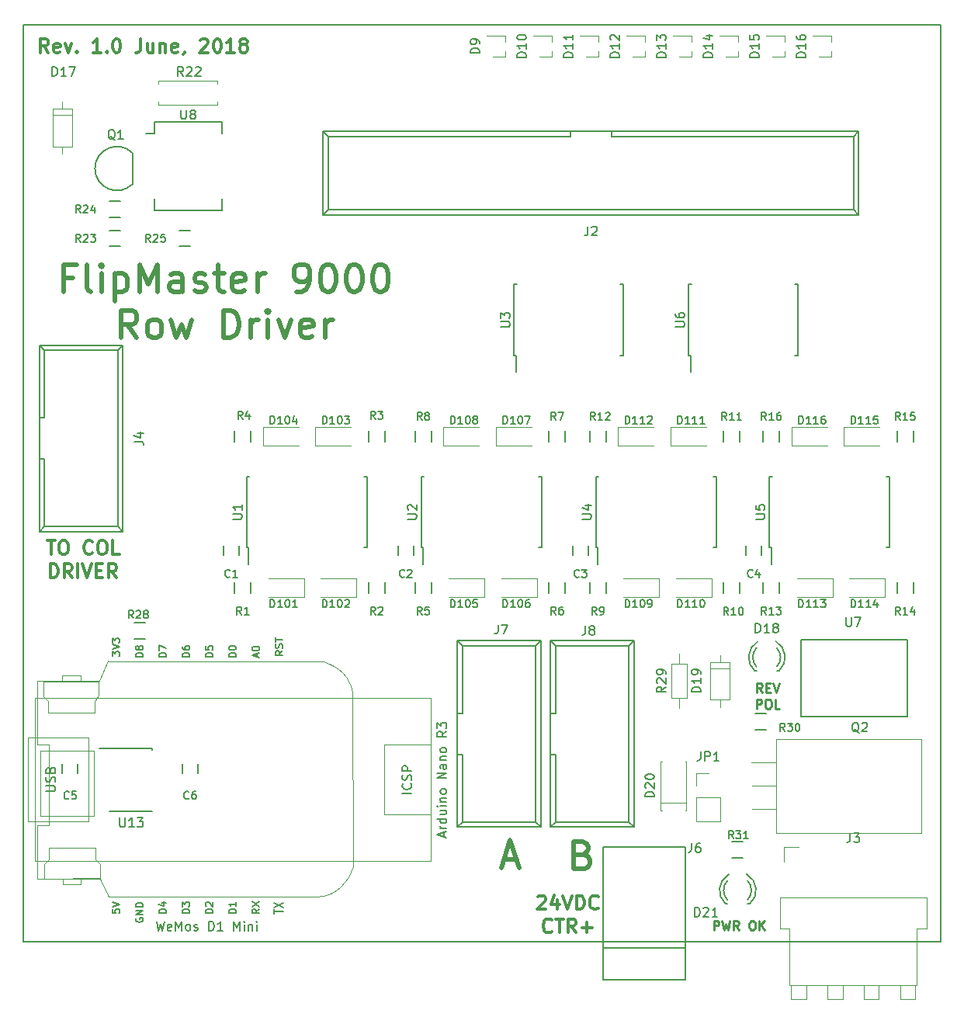
<source format=gbr>
%TF.GenerationSoftware,KiCad,Pcbnew,4.0.7*%
%TF.CreationDate,2018-06-26T21:29:00-04:00*%
%TF.ProjectId,row_driver,726F775F6472697665722E6B69636164,rev?*%
%TF.FileFunction,Legend,Top*%
%FSLAX46Y46*%
G04 Gerber Fmt 4.6, Leading zero omitted, Abs format (unit mm)*
G04 Created by KiCad (PCBNEW 4.0.7) date Tuesday, June 26, 2018 'PMt' 09:29:00 PM*
%MOMM*%
%LPD*%
G01*
G04 APERTURE LIST*
%ADD10C,0.100000*%
%ADD11C,0.500000*%
%ADD12C,0.300000*%
%ADD13C,0.250000*%
%ADD14C,0.150000*%
%ADD15C,0.120000*%
G04 APERTURE END LIST*
D10*
D11*
X86015486Y-115457314D02*
X86444057Y-115600171D01*
X86586914Y-115743029D01*
X86729771Y-116028743D01*
X86729771Y-116457314D01*
X86586914Y-116743029D01*
X86444057Y-116885886D01*
X86158343Y-117028743D01*
X85015486Y-117028743D01*
X85015486Y-114028743D01*
X86015486Y-114028743D01*
X86301200Y-114171600D01*
X86444057Y-114314457D01*
X86586914Y-114600171D01*
X86586914Y-114885886D01*
X86444057Y-115171600D01*
X86301200Y-115314457D01*
X86015486Y-115457314D01*
X85015486Y-115457314D01*
X77365315Y-116019200D02*
X78793886Y-116019200D01*
X77079600Y-116876343D02*
X78079600Y-113876343D01*
X79079600Y-116876343D01*
D12*
X27567428Y-81215571D02*
X28424571Y-81215571D01*
X27996000Y-82715571D02*
X27996000Y-81215571D01*
X29210285Y-81215571D02*
X29495999Y-81215571D01*
X29638857Y-81287000D01*
X29781714Y-81429857D01*
X29853142Y-81715571D01*
X29853142Y-82215571D01*
X29781714Y-82501286D01*
X29638857Y-82644143D01*
X29495999Y-82715571D01*
X29210285Y-82715571D01*
X29067428Y-82644143D01*
X28924571Y-82501286D01*
X28853142Y-82215571D01*
X28853142Y-81715571D01*
X28924571Y-81429857D01*
X29067428Y-81287000D01*
X29210285Y-81215571D01*
X32496000Y-82572714D02*
X32424571Y-82644143D01*
X32210285Y-82715571D01*
X32067428Y-82715571D01*
X31853143Y-82644143D01*
X31710285Y-82501286D01*
X31638857Y-82358429D01*
X31567428Y-82072714D01*
X31567428Y-81858429D01*
X31638857Y-81572714D01*
X31710285Y-81429857D01*
X31853143Y-81287000D01*
X32067428Y-81215571D01*
X32210285Y-81215571D01*
X32424571Y-81287000D01*
X32496000Y-81358429D01*
X33424571Y-81215571D02*
X33710285Y-81215571D01*
X33853143Y-81287000D01*
X33996000Y-81429857D01*
X34067428Y-81715571D01*
X34067428Y-82215571D01*
X33996000Y-82501286D01*
X33853143Y-82644143D01*
X33710285Y-82715571D01*
X33424571Y-82715571D01*
X33281714Y-82644143D01*
X33138857Y-82501286D01*
X33067428Y-82215571D01*
X33067428Y-81715571D01*
X33138857Y-81429857D01*
X33281714Y-81287000D01*
X33424571Y-81215571D01*
X35424572Y-82715571D02*
X34710286Y-82715571D01*
X34710286Y-81215571D01*
X27924572Y-85265571D02*
X27924572Y-83765571D01*
X28281715Y-83765571D01*
X28496000Y-83837000D01*
X28638858Y-83979857D01*
X28710286Y-84122714D01*
X28781715Y-84408429D01*
X28781715Y-84622714D01*
X28710286Y-84908429D01*
X28638858Y-85051286D01*
X28496000Y-85194143D01*
X28281715Y-85265571D01*
X27924572Y-85265571D01*
X30281715Y-85265571D02*
X29781715Y-84551286D01*
X29424572Y-85265571D02*
X29424572Y-83765571D01*
X29996000Y-83765571D01*
X30138858Y-83837000D01*
X30210286Y-83908429D01*
X30281715Y-84051286D01*
X30281715Y-84265571D01*
X30210286Y-84408429D01*
X30138858Y-84479857D01*
X29996000Y-84551286D01*
X29424572Y-84551286D01*
X30924572Y-85265571D02*
X30924572Y-83765571D01*
X31424572Y-83765571D02*
X31924572Y-85265571D01*
X32424572Y-83765571D01*
X32924572Y-84479857D02*
X33424572Y-84479857D01*
X33638858Y-85265571D02*
X32924572Y-85265571D01*
X32924572Y-83765571D01*
X33638858Y-83765571D01*
X35138858Y-85265571D02*
X34638858Y-84551286D01*
X34281715Y-85265571D02*
X34281715Y-83765571D01*
X34853143Y-83765571D01*
X34996001Y-83837000D01*
X35067429Y-83908429D01*
X35138858Y-84051286D01*
X35138858Y-84265571D01*
X35067429Y-84408429D01*
X34996001Y-84479857D01*
X34853143Y-84551286D01*
X34281715Y-84551286D01*
X81093086Y-120068029D02*
X81164515Y-119996600D01*
X81307372Y-119925171D01*
X81664515Y-119925171D01*
X81807372Y-119996600D01*
X81878801Y-120068029D01*
X81950229Y-120210886D01*
X81950229Y-120353743D01*
X81878801Y-120568029D01*
X81021658Y-121425171D01*
X81950229Y-121425171D01*
X83235943Y-120425171D02*
X83235943Y-121425171D01*
X82878800Y-119853743D02*
X82521657Y-120925171D01*
X83450229Y-120925171D01*
X83807371Y-119925171D02*
X84307371Y-121425171D01*
X84807371Y-119925171D01*
X85307371Y-121425171D02*
X85307371Y-119925171D01*
X85664514Y-119925171D01*
X85878799Y-119996600D01*
X86021657Y-120139457D01*
X86093085Y-120282314D01*
X86164514Y-120568029D01*
X86164514Y-120782314D01*
X86093085Y-121068029D01*
X86021657Y-121210886D01*
X85878799Y-121353743D01*
X85664514Y-121425171D01*
X85307371Y-121425171D01*
X87664514Y-121282314D02*
X87593085Y-121353743D01*
X87378799Y-121425171D01*
X87235942Y-121425171D01*
X87021657Y-121353743D01*
X86878799Y-121210886D01*
X86807371Y-121068029D01*
X86735942Y-120782314D01*
X86735942Y-120568029D01*
X86807371Y-120282314D01*
X86878799Y-120139457D01*
X87021657Y-119996600D01*
X87235942Y-119925171D01*
X87378799Y-119925171D01*
X87593085Y-119996600D01*
X87664514Y-120068029D01*
X82593086Y-123832314D02*
X82521657Y-123903743D01*
X82307371Y-123975171D01*
X82164514Y-123975171D01*
X81950229Y-123903743D01*
X81807371Y-123760886D01*
X81735943Y-123618029D01*
X81664514Y-123332314D01*
X81664514Y-123118029D01*
X81735943Y-122832314D01*
X81807371Y-122689457D01*
X81950229Y-122546600D01*
X82164514Y-122475171D01*
X82307371Y-122475171D01*
X82521657Y-122546600D01*
X82593086Y-122618029D01*
X83021657Y-122475171D02*
X83878800Y-122475171D01*
X83450229Y-123975171D02*
X83450229Y-122475171D01*
X85235943Y-123975171D02*
X84735943Y-123260886D01*
X84378800Y-123975171D02*
X84378800Y-122475171D01*
X84950228Y-122475171D01*
X85093086Y-122546600D01*
X85164514Y-122618029D01*
X85235943Y-122760886D01*
X85235943Y-122975171D01*
X85164514Y-123118029D01*
X85093086Y-123189457D01*
X84950228Y-123260886D01*
X84378800Y-123260886D01*
X85878800Y-123403743D02*
X87021657Y-123403743D01*
X86450228Y-123975171D02*
X86450228Y-122832314D01*
X27707145Y-27983571D02*
X27207145Y-27269286D01*
X26850002Y-27983571D02*
X26850002Y-26483571D01*
X27421430Y-26483571D01*
X27564288Y-26555000D01*
X27635716Y-26626429D01*
X27707145Y-26769286D01*
X27707145Y-26983571D01*
X27635716Y-27126429D01*
X27564288Y-27197857D01*
X27421430Y-27269286D01*
X26850002Y-27269286D01*
X28921430Y-27912143D02*
X28778573Y-27983571D01*
X28492859Y-27983571D01*
X28350002Y-27912143D01*
X28278573Y-27769286D01*
X28278573Y-27197857D01*
X28350002Y-27055000D01*
X28492859Y-26983571D01*
X28778573Y-26983571D01*
X28921430Y-27055000D01*
X28992859Y-27197857D01*
X28992859Y-27340714D01*
X28278573Y-27483571D01*
X29492859Y-26983571D02*
X29850002Y-27983571D01*
X30207144Y-26983571D01*
X30778573Y-27840714D02*
X30850001Y-27912143D01*
X30778573Y-27983571D01*
X30707144Y-27912143D01*
X30778573Y-27840714D01*
X30778573Y-27983571D01*
X33421430Y-27983571D02*
X32564287Y-27983571D01*
X32992859Y-27983571D02*
X32992859Y-26483571D01*
X32850002Y-26697857D01*
X32707144Y-26840714D01*
X32564287Y-26912143D01*
X34064287Y-27840714D02*
X34135715Y-27912143D01*
X34064287Y-27983571D01*
X33992858Y-27912143D01*
X34064287Y-27840714D01*
X34064287Y-27983571D01*
X35064287Y-26483571D02*
X35207144Y-26483571D01*
X35350001Y-26555000D01*
X35421430Y-26626429D01*
X35492859Y-26769286D01*
X35564287Y-27055000D01*
X35564287Y-27412143D01*
X35492859Y-27697857D01*
X35421430Y-27840714D01*
X35350001Y-27912143D01*
X35207144Y-27983571D01*
X35064287Y-27983571D01*
X34921430Y-27912143D01*
X34850001Y-27840714D01*
X34778573Y-27697857D01*
X34707144Y-27412143D01*
X34707144Y-27055000D01*
X34778573Y-26769286D01*
X34850001Y-26626429D01*
X34921430Y-26555000D01*
X35064287Y-26483571D01*
X37778572Y-26483571D02*
X37778572Y-27555000D01*
X37707144Y-27769286D01*
X37564287Y-27912143D01*
X37350001Y-27983571D01*
X37207144Y-27983571D01*
X39135715Y-26983571D02*
X39135715Y-27983571D01*
X38492858Y-26983571D02*
X38492858Y-27769286D01*
X38564286Y-27912143D01*
X38707144Y-27983571D01*
X38921429Y-27983571D01*
X39064286Y-27912143D01*
X39135715Y-27840714D01*
X39850001Y-26983571D02*
X39850001Y-27983571D01*
X39850001Y-27126429D02*
X39921429Y-27055000D01*
X40064287Y-26983571D01*
X40278572Y-26983571D01*
X40421429Y-27055000D01*
X40492858Y-27197857D01*
X40492858Y-27983571D01*
X41778572Y-27912143D02*
X41635715Y-27983571D01*
X41350001Y-27983571D01*
X41207144Y-27912143D01*
X41135715Y-27769286D01*
X41135715Y-27197857D01*
X41207144Y-27055000D01*
X41350001Y-26983571D01*
X41635715Y-26983571D01*
X41778572Y-27055000D01*
X41850001Y-27197857D01*
X41850001Y-27340714D01*
X41135715Y-27483571D01*
X42564286Y-27912143D02*
X42564286Y-27983571D01*
X42492858Y-28126429D01*
X42421429Y-28197857D01*
X44278572Y-26626429D02*
X44350001Y-26555000D01*
X44492858Y-26483571D01*
X44850001Y-26483571D01*
X44992858Y-26555000D01*
X45064287Y-26626429D01*
X45135715Y-26769286D01*
X45135715Y-26912143D01*
X45064287Y-27126429D01*
X44207144Y-27983571D01*
X45135715Y-27983571D01*
X46064286Y-26483571D02*
X46207143Y-26483571D01*
X46350000Y-26555000D01*
X46421429Y-26626429D01*
X46492858Y-26769286D01*
X46564286Y-27055000D01*
X46564286Y-27412143D01*
X46492858Y-27697857D01*
X46421429Y-27840714D01*
X46350000Y-27912143D01*
X46207143Y-27983571D01*
X46064286Y-27983571D01*
X45921429Y-27912143D01*
X45850000Y-27840714D01*
X45778572Y-27697857D01*
X45707143Y-27412143D01*
X45707143Y-27055000D01*
X45778572Y-26769286D01*
X45850000Y-26626429D01*
X45921429Y-26555000D01*
X46064286Y-26483571D01*
X47992857Y-27983571D02*
X47135714Y-27983571D01*
X47564286Y-27983571D02*
X47564286Y-26483571D01*
X47421429Y-26697857D01*
X47278571Y-26840714D01*
X47135714Y-26912143D01*
X48850000Y-27126429D02*
X48707142Y-27055000D01*
X48635714Y-26983571D01*
X48564285Y-26840714D01*
X48564285Y-26769286D01*
X48635714Y-26626429D01*
X48707142Y-26555000D01*
X48850000Y-26483571D01*
X49135714Y-26483571D01*
X49278571Y-26555000D01*
X49350000Y-26626429D01*
X49421428Y-26769286D01*
X49421428Y-26840714D01*
X49350000Y-26983571D01*
X49278571Y-27055000D01*
X49135714Y-27126429D01*
X48850000Y-27126429D01*
X48707142Y-27197857D01*
X48635714Y-27269286D01*
X48564285Y-27412143D01*
X48564285Y-27697857D01*
X48635714Y-27840714D01*
X48707142Y-27912143D01*
X48850000Y-27983571D01*
X49135714Y-27983571D01*
X49278571Y-27912143D01*
X49350000Y-27840714D01*
X49421428Y-27697857D01*
X49421428Y-27412143D01*
X49350000Y-27269286D01*
X49278571Y-27197857D01*
X49135714Y-27126429D01*
D13*
X105549772Y-97773781D02*
X105216438Y-97297590D01*
X104978343Y-97773781D02*
X104978343Y-96773781D01*
X105359296Y-96773781D01*
X105454534Y-96821400D01*
X105502153Y-96869019D01*
X105549772Y-96964257D01*
X105549772Y-97107114D01*
X105502153Y-97202352D01*
X105454534Y-97249971D01*
X105359296Y-97297590D01*
X104978343Y-97297590D01*
X105978343Y-97249971D02*
X106311677Y-97249971D01*
X106454534Y-97773781D02*
X105978343Y-97773781D01*
X105978343Y-96773781D01*
X106454534Y-96773781D01*
X106740248Y-96773781D02*
X107073581Y-97773781D01*
X107406915Y-96773781D01*
X104930724Y-99523781D02*
X104930724Y-98523781D01*
X105311677Y-98523781D01*
X105406915Y-98571400D01*
X105454534Y-98619019D01*
X105502153Y-98714257D01*
X105502153Y-98857114D01*
X105454534Y-98952352D01*
X105406915Y-98999971D01*
X105311677Y-99047590D01*
X104930724Y-99047590D01*
X106121200Y-98523781D02*
X106311677Y-98523781D01*
X106406915Y-98571400D01*
X106502153Y-98666638D01*
X106549772Y-98857114D01*
X106549772Y-99190448D01*
X106502153Y-99380924D01*
X106406915Y-99476162D01*
X106311677Y-99523781D01*
X106121200Y-99523781D01*
X106025962Y-99476162D01*
X105930724Y-99380924D01*
X105883105Y-99190448D01*
X105883105Y-98857114D01*
X105930724Y-98666638D01*
X106025962Y-98571400D01*
X106121200Y-98523781D01*
X107454534Y-99523781D02*
X106978343Y-99523781D01*
X106978343Y-98523781D01*
D11*
X30347143Y-52530714D02*
X29347143Y-52530714D01*
X29347143Y-54102143D02*
X29347143Y-51102143D01*
X30775714Y-51102143D01*
X32347143Y-54102143D02*
X32061429Y-53959286D01*
X31918572Y-53673571D01*
X31918572Y-51102143D01*
X33490001Y-54102143D02*
X33490001Y-52102143D01*
X33490001Y-51102143D02*
X33347144Y-51245000D01*
X33490001Y-51387857D01*
X33632858Y-51245000D01*
X33490001Y-51102143D01*
X33490001Y-51387857D01*
X34918572Y-52102143D02*
X34918572Y-55102143D01*
X34918572Y-52245000D02*
X35204286Y-52102143D01*
X35775715Y-52102143D01*
X36061429Y-52245000D01*
X36204286Y-52387857D01*
X36347143Y-52673571D01*
X36347143Y-53530714D01*
X36204286Y-53816429D01*
X36061429Y-53959286D01*
X35775715Y-54102143D01*
X35204286Y-54102143D01*
X34918572Y-53959286D01*
X37632858Y-54102143D02*
X37632858Y-51102143D01*
X38632858Y-53245000D01*
X39632858Y-51102143D01*
X39632858Y-54102143D01*
X42347143Y-54102143D02*
X42347143Y-52530714D01*
X42204286Y-52245000D01*
X41918572Y-52102143D01*
X41347143Y-52102143D01*
X41061429Y-52245000D01*
X42347143Y-53959286D02*
X42061429Y-54102143D01*
X41347143Y-54102143D01*
X41061429Y-53959286D01*
X40918572Y-53673571D01*
X40918572Y-53387857D01*
X41061429Y-53102143D01*
X41347143Y-52959286D01*
X42061429Y-52959286D01*
X42347143Y-52816429D01*
X43632858Y-53959286D02*
X43918572Y-54102143D01*
X44490000Y-54102143D01*
X44775715Y-53959286D01*
X44918572Y-53673571D01*
X44918572Y-53530714D01*
X44775715Y-53245000D01*
X44490000Y-53102143D01*
X44061429Y-53102143D01*
X43775715Y-52959286D01*
X43632858Y-52673571D01*
X43632858Y-52530714D01*
X43775715Y-52245000D01*
X44061429Y-52102143D01*
X44490000Y-52102143D01*
X44775715Y-52245000D01*
X45775714Y-52102143D02*
X46918571Y-52102143D01*
X46204286Y-51102143D02*
X46204286Y-53673571D01*
X46347143Y-53959286D01*
X46632857Y-54102143D01*
X46918571Y-54102143D01*
X49061429Y-53959286D02*
X48775715Y-54102143D01*
X48204286Y-54102143D01*
X47918572Y-53959286D01*
X47775715Y-53673571D01*
X47775715Y-52530714D01*
X47918572Y-52245000D01*
X48204286Y-52102143D01*
X48775715Y-52102143D01*
X49061429Y-52245000D01*
X49204286Y-52530714D01*
X49204286Y-52816429D01*
X47775715Y-53102143D01*
X50490001Y-54102143D02*
X50490001Y-52102143D01*
X50490001Y-52673571D02*
X50632858Y-52387857D01*
X50775715Y-52245000D01*
X51061429Y-52102143D01*
X51347144Y-52102143D01*
X54775715Y-54102143D02*
X55347143Y-54102143D01*
X55632858Y-53959286D01*
X55775715Y-53816429D01*
X56061429Y-53387857D01*
X56204286Y-52816429D01*
X56204286Y-51673571D01*
X56061429Y-51387857D01*
X55918572Y-51245000D01*
X55632858Y-51102143D01*
X55061429Y-51102143D01*
X54775715Y-51245000D01*
X54632858Y-51387857D01*
X54490001Y-51673571D01*
X54490001Y-52387857D01*
X54632858Y-52673571D01*
X54775715Y-52816429D01*
X55061429Y-52959286D01*
X55632858Y-52959286D01*
X55918572Y-52816429D01*
X56061429Y-52673571D01*
X56204286Y-52387857D01*
X58061429Y-51102143D02*
X58347144Y-51102143D01*
X58632858Y-51245000D01*
X58775715Y-51387857D01*
X58918572Y-51673571D01*
X59061429Y-52245000D01*
X59061429Y-52959286D01*
X58918572Y-53530714D01*
X58775715Y-53816429D01*
X58632858Y-53959286D01*
X58347144Y-54102143D01*
X58061429Y-54102143D01*
X57775715Y-53959286D01*
X57632858Y-53816429D01*
X57490001Y-53530714D01*
X57347144Y-52959286D01*
X57347144Y-52245000D01*
X57490001Y-51673571D01*
X57632858Y-51387857D01*
X57775715Y-51245000D01*
X58061429Y-51102143D01*
X60918572Y-51102143D02*
X61204287Y-51102143D01*
X61490001Y-51245000D01*
X61632858Y-51387857D01*
X61775715Y-51673571D01*
X61918572Y-52245000D01*
X61918572Y-52959286D01*
X61775715Y-53530714D01*
X61632858Y-53816429D01*
X61490001Y-53959286D01*
X61204287Y-54102143D01*
X60918572Y-54102143D01*
X60632858Y-53959286D01*
X60490001Y-53816429D01*
X60347144Y-53530714D01*
X60204287Y-52959286D01*
X60204287Y-52245000D01*
X60347144Y-51673571D01*
X60490001Y-51387857D01*
X60632858Y-51245000D01*
X60918572Y-51102143D01*
X63775715Y-51102143D02*
X64061430Y-51102143D01*
X64347144Y-51245000D01*
X64490001Y-51387857D01*
X64632858Y-51673571D01*
X64775715Y-52245000D01*
X64775715Y-52959286D01*
X64632858Y-53530714D01*
X64490001Y-53816429D01*
X64347144Y-53959286D01*
X64061430Y-54102143D01*
X63775715Y-54102143D01*
X63490001Y-53959286D01*
X63347144Y-53816429D01*
X63204287Y-53530714D01*
X63061430Y-52959286D01*
X63061430Y-52245000D01*
X63204287Y-51673571D01*
X63347144Y-51387857D01*
X63490001Y-51245000D01*
X63775715Y-51102143D01*
X37347143Y-59102143D02*
X36347143Y-57673571D01*
X35632858Y-59102143D02*
X35632858Y-56102143D01*
X36775715Y-56102143D01*
X37061429Y-56245000D01*
X37204286Y-56387857D01*
X37347143Y-56673571D01*
X37347143Y-57102143D01*
X37204286Y-57387857D01*
X37061429Y-57530714D01*
X36775715Y-57673571D01*
X35632858Y-57673571D01*
X39061429Y-59102143D02*
X38775715Y-58959286D01*
X38632858Y-58816429D01*
X38490001Y-58530714D01*
X38490001Y-57673571D01*
X38632858Y-57387857D01*
X38775715Y-57245000D01*
X39061429Y-57102143D01*
X39490001Y-57102143D01*
X39775715Y-57245000D01*
X39918572Y-57387857D01*
X40061429Y-57673571D01*
X40061429Y-58530714D01*
X39918572Y-58816429D01*
X39775715Y-58959286D01*
X39490001Y-59102143D01*
X39061429Y-59102143D01*
X41061429Y-57102143D02*
X41632858Y-59102143D01*
X42204287Y-57673571D01*
X42775715Y-59102143D01*
X43347144Y-57102143D01*
X46775715Y-59102143D02*
X46775715Y-56102143D01*
X47490000Y-56102143D01*
X47918572Y-56245000D01*
X48204286Y-56530714D01*
X48347143Y-56816429D01*
X48490000Y-57387857D01*
X48490000Y-57816429D01*
X48347143Y-58387857D01*
X48204286Y-58673571D01*
X47918572Y-58959286D01*
X47490000Y-59102143D01*
X46775715Y-59102143D01*
X49775715Y-59102143D02*
X49775715Y-57102143D01*
X49775715Y-57673571D02*
X49918572Y-57387857D01*
X50061429Y-57245000D01*
X50347143Y-57102143D01*
X50632858Y-57102143D01*
X51632858Y-59102143D02*
X51632858Y-57102143D01*
X51632858Y-56102143D02*
X51490001Y-56245000D01*
X51632858Y-56387857D01*
X51775715Y-56245000D01*
X51632858Y-56102143D01*
X51632858Y-56387857D01*
X52775714Y-57102143D02*
X53490000Y-59102143D01*
X54204286Y-57102143D01*
X56490000Y-58959286D02*
X56204286Y-59102143D01*
X55632857Y-59102143D01*
X55347143Y-58959286D01*
X55204286Y-58673571D01*
X55204286Y-57530714D01*
X55347143Y-57245000D01*
X55632857Y-57102143D01*
X56204286Y-57102143D01*
X56490000Y-57245000D01*
X56632857Y-57530714D01*
X56632857Y-57816429D01*
X55204286Y-58102143D01*
X57918572Y-59102143D02*
X57918572Y-57102143D01*
X57918572Y-57673571D02*
X58061429Y-57387857D01*
X58204286Y-57245000D01*
X58490000Y-57102143D01*
X58775715Y-57102143D01*
D13*
X100284305Y-123693181D02*
X100284305Y-122693181D01*
X100665258Y-122693181D01*
X100760496Y-122740800D01*
X100808115Y-122788419D01*
X100855734Y-122883657D01*
X100855734Y-123026514D01*
X100808115Y-123121752D01*
X100760496Y-123169371D01*
X100665258Y-123216990D01*
X100284305Y-123216990D01*
X101189067Y-122693181D02*
X101427162Y-123693181D01*
X101617639Y-122978895D01*
X101808115Y-123693181D01*
X102046210Y-122693181D01*
X102998591Y-123693181D02*
X102665257Y-123216990D01*
X102427162Y-123693181D02*
X102427162Y-122693181D01*
X102808115Y-122693181D01*
X102903353Y-122740800D01*
X102950972Y-122788419D01*
X102998591Y-122883657D01*
X102998591Y-123026514D01*
X102950972Y-123121752D01*
X102903353Y-123169371D01*
X102808115Y-123216990D01*
X102427162Y-123216990D01*
X104379543Y-122693181D02*
X104570020Y-122693181D01*
X104665258Y-122740800D01*
X104760496Y-122836038D01*
X104808115Y-123026514D01*
X104808115Y-123359848D01*
X104760496Y-123550324D01*
X104665258Y-123645562D01*
X104570020Y-123693181D01*
X104379543Y-123693181D01*
X104284305Y-123645562D01*
X104189067Y-123550324D01*
X104141448Y-123359848D01*
X104141448Y-123026514D01*
X104189067Y-122836038D01*
X104284305Y-122740800D01*
X104379543Y-122693181D01*
X105236686Y-123693181D02*
X105236686Y-122693181D01*
X105808115Y-123693181D02*
X105379543Y-123121752D01*
X105808115Y-122693181D02*
X105236686Y-123264610D01*
D14*
X25000000Y-25000000D02*
X125000000Y-25000000D01*
X25000000Y-125000000D02*
X25000000Y-25000000D01*
X125000000Y-125000000D02*
X25000000Y-125000000D01*
X125000000Y-25000000D02*
X125000000Y-125000000D01*
X39002600Y-103915800D02*
X39002600Y-104015800D01*
X39002600Y-110740800D02*
X39002600Y-110715800D01*
X34352600Y-110740800D02*
X34352600Y-110715800D01*
X33277600Y-103915800D02*
X39002600Y-103915800D01*
X34352600Y-110740800D02*
X39002600Y-110740800D01*
X107359000Y-95449000D02*
X107159000Y-95449000D01*
X104765000Y-95449000D02*
X104945000Y-95449000D01*
X105075357Y-92221256D02*
G75*
G03X104759000Y-95449000I1003643J-1727744D01*
G01*
X104945932Y-92896994D02*
G75*
G03X104945000Y-95000000I1133068J-1052006D01*
G01*
X107385726Y-95436220D02*
G75*
G03X107039000Y-92199000I-1306726J1497220D01*
G01*
X107158253Y-94962889D02*
G75*
G03X107139000Y-92915000I-1079253J1013889D01*
G01*
X88209120Y-125613160D02*
X97210880Y-125613160D01*
X88209120Y-129113280D02*
X97210880Y-129113280D01*
X97210880Y-129113280D02*
X97210880Y-114612420D01*
X97210880Y-114612420D02*
X88209120Y-114612420D01*
X88209120Y-114612420D02*
X88209120Y-129113280D01*
X36879000Y-42340000D02*
X36879000Y-38940000D01*
X36876056Y-42337056D02*
G75*
G02X32779000Y-40640000I-1697056J1697056D01*
G01*
X36876056Y-38942944D02*
G75*
G03X32779000Y-40640000I-1697056J-1697056D01*
G01*
D15*
X39716000Y-31405000D02*
X39716000Y-31075000D01*
X39716000Y-31075000D02*
X46136000Y-31075000D01*
X46136000Y-31075000D02*
X46136000Y-31405000D01*
X39716000Y-33365000D02*
X39716000Y-33695000D01*
X39716000Y-33695000D02*
X46136000Y-33695000D01*
X46136000Y-33695000D02*
X46136000Y-33365000D01*
D14*
X121370000Y-92030000D02*
X109770000Y-92030000D01*
X121370000Y-100430000D02*
X121370000Y-92030000D01*
X109770000Y-100430000D02*
X121370000Y-100430000D01*
X109770000Y-92030000D02*
X109770000Y-100430000D01*
X39251000Y-35551000D02*
X39251000Y-36821000D01*
X46601000Y-35551000D02*
X46601000Y-36821000D01*
X46601000Y-45221000D02*
X46601000Y-43951000D01*
X39251000Y-45221000D02*
X39251000Y-43951000D01*
X39251000Y-35551000D02*
X46601000Y-35551000D01*
X39251000Y-45221000D02*
X46601000Y-45221000D01*
X39251000Y-36821000D02*
X38316000Y-36821000D01*
D15*
X107495000Y-120095000D02*
X123495000Y-120095000D01*
X123495000Y-120095000D02*
X123495000Y-123515000D01*
X123495000Y-123515000D02*
X122445000Y-123515000D01*
X122445000Y-123515000D02*
X122445000Y-129715000D01*
X122445000Y-129715000D02*
X108545000Y-129715000D01*
X108545000Y-129715000D02*
X108545000Y-123515000D01*
X108545000Y-123515000D02*
X107495000Y-123515000D01*
X107495000Y-123515000D02*
X107495000Y-120095000D01*
X108735000Y-129715000D02*
X108735000Y-131215000D01*
X108735000Y-131215000D02*
X110375000Y-131215000D01*
X110375000Y-131215000D02*
X110375000Y-129715000D01*
X112695000Y-129715000D02*
X112695000Y-131215000D01*
X112695000Y-131215000D02*
X114335000Y-131215000D01*
X114335000Y-131215000D02*
X114335000Y-129715000D01*
X116655000Y-129715000D02*
X116655000Y-131215000D01*
X116655000Y-131215000D02*
X118295000Y-131215000D01*
X118295000Y-131215000D02*
X118295000Y-129715000D01*
X120615000Y-129715000D02*
X120615000Y-131215000D01*
X120615000Y-131215000D02*
X122255000Y-131215000D01*
X122255000Y-131215000D02*
X122255000Y-129715000D01*
X109555000Y-114595000D02*
X107945000Y-114595000D01*
X107945000Y-114595000D02*
X107945000Y-116205000D01*
D14*
X41945000Y-47385000D02*
X43145000Y-47385000D01*
X43145000Y-49135000D02*
X41945000Y-49135000D01*
X35525000Y-45960000D02*
X34325000Y-45960000D01*
X34325000Y-44210000D02*
X35525000Y-44210000D01*
X35525000Y-49135000D02*
X34325000Y-49135000D01*
X34325000Y-47385000D02*
X35525000Y-47385000D01*
X105678000Y-70450000D02*
X105678000Y-69250000D01*
X107428000Y-69250000D02*
X107428000Y-70450000D01*
X120283000Y-70450000D02*
X120283000Y-69250000D01*
X122033000Y-69250000D02*
X122033000Y-70450000D01*
X120283000Y-86960000D02*
X120283000Y-85760000D01*
X122033000Y-85760000D02*
X122033000Y-86960000D01*
X107428000Y-85760000D02*
X107428000Y-86960000D01*
X105678000Y-86960000D02*
X105678000Y-85760000D01*
X88505000Y-69250000D02*
X88505000Y-70450000D01*
X86755000Y-70450000D02*
X86755000Y-69250000D01*
X103110000Y-69250000D02*
X103110000Y-70450000D01*
X101360000Y-70450000D02*
X101360000Y-69250000D01*
X101360000Y-86960000D02*
X101360000Y-85760000D01*
X103110000Y-85760000D02*
X103110000Y-86960000D01*
X86755000Y-86960000D02*
X86755000Y-85760000D01*
X88505000Y-85760000D02*
X88505000Y-86960000D01*
X67705000Y-70450000D02*
X67705000Y-69250000D01*
X69455000Y-69250000D02*
X69455000Y-70450000D01*
X82310000Y-70450000D02*
X82310000Y-69250000D01*
X84060000Y-69250000D02*
X84060000Y-70450000D01*
X84060000Y-85760000D02*
X84060000Y-86960000D01*
X82310000Y-86960000D02*
X82310000Y-85760000D01*
X69455000Y-85760000D02*
X69455000Y-86960000D01*
X67705000Y-86960000D02*
X67705000Y-85760000D01*
X49770000Y-69250000D02*
X49770000Y-70450000D01*
X48020000Y-70450000D02*
X48020000Y-69250000D01*
X64375000Y-69250000D02*
X64375000Y-70450000D01*
X62625000Y-70450000D02*
X62625000Y-69250000D01*
X62625000Y-86960000D02*
X62625000Y-85760000D01*
X64375000Y-85760000D02*
X64375000Y-86960000D01*
X48020000Y-86960000D02*
X48020000Y-85760000D01*
X49770000Y-85760000D02*
X49770000Y-86960000D01*
D15*
X55590000Y-87360000D02*
X55590000Y-85360000D01*
X55590000Y-85360000D02*
X51690000Y-85360000D01*
X55590000Y-87360000D02*
X51690000Y-87360000D01*
X61305000Y-87360000D02*
X61305000Y-85360000D01*
X61305000Y-85360000D02*
X57405000Y-85360000D01*
X61305000Y-87360000D02*
X57405000Y-87360000D01*
X56805000Y-68850000D02*
X56805000Y-70850000D01*
X56805000Y-70850000D02*
X60705000Y-70850000D01*
X56805000Y-68850000D02*
X60705000Y-68850000D01*
X51090000Y-68850000D02*
X51090000Y-70850000D01*
X51090000Y-70850000D02*
X54990000Y-70850000D01*
X51090000Y-68850000D02*
X54990000Y-68850000D01*
X75275000Y-87360000D02*
X75275000Y-85360000D01*
X75275000Y-85360000D02*
X71375000Y-85360000D01*
X75275000Y-87360000D02*
X71375000Y-87360000D01*
X80990000Y-87360000D02*
X80990000Y-85360000D01*
X80990000Y-85360000D02*
X77090000Y-85360000D01*
X80990000Y-87360000D02*
X77090000Y-87360000D01*
X76490000Y-68850000D02*
X76490000Y-70850000D01*
X76490000Y-70850000D02*
X80390000Y-70850000D01*
X76490000Y-68850000D02*
X80390000Y-68850000D01*
X70775000Y-68850000D02*
X70775000Y-70850000D01*
X70775000Y-70850000D02*
X74675000Y-70850000D01*
X70775000Y-68850000D02*
X74675000Y-68850000D01*
X94325000Y-87360000D02*
X94325000Y-85360000D01*
X94325000Y-85360000D02*
X90425000Y-85360000D01*
X94325000Y-87360000D02*
X90425000Y-87360000D01*
X100040000Y-87360000D02*
X100040000Y-85360000D01*
X100040000Y-85360000D02*
X96140000Y-85360000D01*
X100040000Y-87360000D02*
X96140000Y-87360000D01*
X95540000Y-68850000D02*
X95540000Y-70850000D01*
X95540000Y-70850000D02*
X99440000Y-70850000D01*
X95540000Y-68850000D02*
X99440000Y-68850000D01*
X89825000Y-68850000D02*
X89825000Y-70850000D01*
X89825000Y-70850000D02*
X93725000Y-70850000D01*
X89825000Y-68850000D02*
X93725000Y-68850000D01*
X113248000Y-87360000D02*
X113248000Y-85360000D01*
X113248000Y-85360000D02*
X109348000Y-85360000D01*
X113248000Y-87360000D02*
X109348000Y-87360000D01*
X118963000Y-87360000D02*
X118963000Y-85360000D01*
X118963000Y-85360000D02*
X115063000Y-85360000D01*
X118963000Y-87360000D02*
X115063000Y-87360000D01*
X114463000Y-68850000D02*
X114463000Y-70850000D01*
X114463000Y-70850000D02*
X118363000Y-70850000D01*
X114463000Y-68850000D02*
X118363000Y-68850000D01*
X108748000Y-68850000D02*
X108748000Y-70850000D01*
X108748000Y-70850000D02*
X112648000Y-70850000D01*
X108748000Y-68850000D02*
X112648000Y-68850000D01*
D14*
X48475000Y-82796000D02*
X48475000Y-81796000D01*
X46775000Y-81796000D02*
X46775000Y-82796000D01*
X67525000Y-82796000D02*
X67525000Y-81796000D01*
X65825000Y-81796000D02*
X65825000Y-82796000D01*
X86575000Y-82796000D02*
X86575000Y-81796000D01*
X84875000Y-81796000D02*
X84875000Y-82796000D01*
X105498000Y-82796000D02*
X105498000Y-81796000D01*
X103798000Y-81796000D02*
X103798000Y-82796000D01*
D15*
X77565000Y-27805000D02*
X77565000Y-28465000D01*
X77565000Y-26145000D02*
X77565000Y-26805000D01*
X77565000Y-26145000D02*
X75535000Y-26145000D01*
X76155000Y-28465000D02*
X77565000Y-28465000D01*
X82645000Y-27805000D02*
X82645000Y-28465000D01*
X82645000Y-26145000D02*
X82645000Y-26805000D01*
X82645000Y-26145000D02*
X80615000Y-26145000D01*
X81235000Y-28465000D02*
X82645000Y-28465000D01*
X87725000Y-27805000D02*
X87725000Y-28465000D01*
X87725000Y-26145000D02*
X87725000Y-26805000D01*
X87725000Y-26145000D02*
X85695000Y-26145000D01*
X86315000Y-28465000D02*
X87725000Y-28465000D01*
X92805000Y-27805000D02*
X92805000Y-28465000D01*
X92805000Y-26145000D02*
X92805000Y-26805000D01*
X92805000Y-26145000D02*
X90775000Y-26145000D01*
X91395000Y-28465000D02*
X92805000Y-28465000D01*
X97885000Y-27805000D02*
X97885000Y-28465000D01*
X97885000Y-26145000D02*
X97885000Y-26805000D01*
X97885000Y-26145000D02*
X95855000Y-26145000D01*
X96475000Y-28465000D02*
X97885000Y-28465000D01*
X102965000Y-27805000D02*
X102965000Y-28465000D01*
X102965000Y-26145000D02*
X102965000Y-26805000D01*
X102965000Y-26145000D02*
X100935000Y-26145000D01*
X101555000Y-28465000D02*
X102965000Y-28465000D01*
X108045000Y-27805000D02*
X108045000Y-28465000D01*
X108045000Y-26145000D02*
X108045000Y-26805000D01*
X108045000Y-26145000D02*
X106015000Y-26145000D01*
X106635000Y-28465000D02*
X108045000Y-28465000D01*
X113125000Y-27805000D02*
X113125000Y-28465000D01*
X113125000Y-26145000D02*
X113125000Y-26805000D01*
X113125000Y-26145000D02*
X111095000Y-26145000D01*
X111715000Y-28465000D02*
X113125000Y-28465000D01*
D14*
X49302611Y-81980000D02*
X49552611Y-81980000D01*
X49302611Y-74230000D02*
X49637611Y-74230000D01*
X62452611Y-74230000D02*
X62117611Y-74230000D01*
X62452611Y-81980000D02*
X62117611Y-81980000D01*
X49302611Y-81980000D02*
X49302611Y-74230000D01*
X62452611Y-81980000D02*
X62452611Y-74230000D01*
X49552611Y-81980000D02*
X49552611Y-83780000D01*
X68355000Y-81980000D02*
X68605000Y-81980000D01*
X68355000Y-74230000D02*
X68690000Y-74230000D01*
X81505000Y-74230000D02*
X81170000Y-74230000D01*
X81505000Y-81980000D02*
X81170000Y-81980000D01*
X68355000Y-81980000D02*
X68355000Y-74230000D01*
X81505000Y-81980000D02*
X81505000Y-74230000D01*
X68605000Y-81980000D02*
X68605000Y-83780000D01*
X78505000Y-61025000D02*
X78755000Y-61025000D01*
X78505000Y-53275000D02*
X78850000Y-53275000D01*
X90405000Y-53275000D02*
X90060000Y-53275000D01*
X90405000Y-61025000D02*
X90060000Y-61025000D01*
X78505000Y-61025000D02*
X78505000Y-53275000D01*
X90405000Y-61025000D02*
X90405000Y-53275000D01*
X78755000Y-61025000D02*
X78755000Y-62850000D01*
X87405000Y-81980000D02*
X87655000Y-81980000D01*
X87405000Y-74230000D02*
X87740000Y-74230000D01*
X100555000Y-74230000D02*
X100220000Y-74230000D01*
X100555000Y-81980000D02*
X100220000Y-81980000D01*
X87405000Y-81980000D02*
X87405000Y-74230000D01*
X100555000Y-81980000D02*
X100555000Y-74230000D01*
X87655000Y-81980000D02*
X87655000Y-83780000D01*
X106328000Y-81980000D02*
X106578000Y-81980000D01*
X106328000Y-74230000D02*
X106663000Y-74230000D01*
X119478000Y-74230000D02*
X119143000Y-74230000D01*
X119478000Y-81980000D02*
X119143000Y-81980000D01*
X106328000Y-81980000D02*
X106328000Y-74230000D01*
X119478000Y-81980000D02*
X119478000Y-74230000D01*
X106578000Y-81980000D02*
X106578000Y-83780000D01*
X97555000Y-61025000D02*
X97805000Y-61025000D01*
X97555000Y-53275000D02*
X97900000Y-53275000D01*
X109455000Y-53275000D02*
X109110000Y-53275000D01*
X109455000Y-61025000D02*
X109110000Y-61025000D01*
X97555000Y-61025000D02*
X97555000Y-53275000D01*
X109455000Y-61025000D02*
X109455000Y-53275000D01*
X97805000Y-61025000D02*
X97805000Y-62850000D01*
X104184000Y-120849000D02*
X103984000Y-120849000D01*
X101590000Y-120849000D02*
X101770000Y-120849000D01*
X101900357Y-117621256D02*
G75*
G03X101584000Y-120849000I1003643J-1727744D01*
G01*
X101770932Y-118296994D02*
G75*
G03X101770000Y-120400000I1133068J-1052006D01*
G01*
X104210726Y-120836220D02*
G75*
G03X103864000Y-117599000I-1306726J1497220D01*
G01*
X103983253Y-120362889D02*
G75*
G03X103964000Y-118315000I-1079253J1013889D01*
G01*
D15*
X97380000Y-94660000D02*
X95660000Y-94660000D01*
X95660000Y-94660000D02*
X95660000Y-98380000D01*
X95660000Y-98380000D02*
X97380000Y-98380000D01*
X97380000Y-98380000D02*
X97380000Y-94660000D01*
X96520000Y-93590000D02*
X96520000Y-94660000D01*
X96520000Y-99450000D02*
X96520000Y-98380000D01*
D14*
X104810000Y-100090000D02*
X106010000Y-100090000D01*
X106010000Y-101840000D02*
X104810000Y-101840000D01*
X103470000Y-115810000D02*
X102270000Y-115810000D01*
X102270000Y-114060000D02*
X103470000Y-114060000D01*
D15*
X98365000Y-111820000D02*
X101025000Y-111820000D01*
X98365000Y-109220000D02*
X98365000Y-111820000D01*
X101025000Y-109220000D02*
X101025000Y-111820000D01*
X98365000Y-109220000D02*
X101025000Y-109220000D01*
X98365000Y-107950000D02*
X98365000Y-106620000D01*
X98365000Y-106620000D02*
X99695000Y-106620000D01*
X30270000Y-34135000D02*
X28150000Y-34135000D01*
X28150000Y-34135000D02*
X28150000Y-38255000D01*
X28150000Y-38255000D02*
X30270000Y-38255000D01*
X30270000Y-38255000D02*
X30270000Y-34135000D01*
X29210000Y-33365000D02*
X29210000Y-34135000D01*
X29210000Y-39025000D02*
X29210000Y-38255000D01*
X30270000Y-34795000D02*
X28150000Y-34795000D01*
X102025000Y-94460000D02*
X99905000Y-94460000D01*
X99905000Y-94460000D02*
X99905000Y-98580000D01*
X99905000Y-98580000D02*
X102025000Y-98580000D01*
X102025000Y-98580000D02*
X102025000Y-94460000D01*
X100965000Y-93690000D02*
X100965000Y-94460000D01*
X100965000Y-99350000D02*
X100965000Y-98580000D01*
X102025000Y-95120000D02*
X99905000Y-95120000D01*
X94605000Y-110610000D02*
X94475000Y-110610000D01*
X94475000Y-110610000D02*
X94475000Y-105290000D01*
X94475000Y-105290000D02*
X94605000Y-105290000D01*
X97165000Y-110610000D02*
X97295000Y-110610000D01*
X97295000Y-110610000D02*
X97295000Y-105290000D01*
X97295000Y-105290000D02*
X97165000Y-105290000D01*
X94475000Y-109770000D02*
X97295000Y-109770000D01*
D14*
X30923600Y-106595800D02*
X30923600Y-105595800D01*
X29223600Y-105595800D02*
X29223600Y-106595800D01*
X42304600Y-105595800D02*
X42304600Y-106595800D01*
X44004600Y-106595800D02*
X44004600Y-105595800D01*
X38242800Y-91908600D02*
X37042800Y-91908600D01*
X37042800Y-90158600D02*
X38242800Y-90158600D01*
D15*
X107045000Y-102830000D02*
X107045000Y-113070000D01*
X122935000Y-102830000D02*
X122935000Y-113070000D01*
X122935000Y-102830000D02*
X107045000Y-102830000D01*
X122935000Y-113070000D02*
X107045000Y-113070000D01*
X107045000Y-105410000D02*
X104405000Y-105410000D01*
X107045000Y-107950000D02*
X104421000Y-107950000D01*
X107045000Y-110490000D02*
X104421000Y-110490000D01*
D14*
X81414035Y-92125947D02*
X81414035Y-112445947D01*
X80864035Y-92665947D02*
X80864035Y-111885947D01*
X72314035Y-92125947D02*
X72314035Y-112445947D01*
X72864035Y-92665947D02*
X72864035Y-100035947D01*
X72864035Y-104535947D02*
X72864035Y-111885947D01*
X72864035Y-100035947D02*
X72314035Y-100035947D01*
X72864035Y-104535947D02*
X72314035Y-104535947D01*
X81414035Y-92125947D02*
X72314035Y-92125947D01*
X80864035Y-92665947D02*
X72864035Y-92665947D01*
X81414035Y-112445947D02*
X72314035Y-112445947D01*
X80864035Y-111885947D02*
X72864035Y-111885947D01*
X81414035Y-92125947D02*
X80864035Y-92665947D01*
X81414035Y-112445947D02*
X80864035Y-111885947D01*
X72314035Y-92125947D02*
X72864035Y-92665947D01*
X72314035Y-112445947D02*
X72864035Y-111885947D01*
X91574035Y-92125947D02*
X91574035Y-112445947D01*
X91024035Y-92665947D02*
X91024035Y-111885947D01*
X82474035Y-92125947D02*
X82474035Y-112445947D01*
X83024035Y-92665947D02*
X83024035Y-100035947D01*
X83024035Y-104535947D02*
X83024035Y-111885947D01*
X83024035Y-100035947D02*
X82474035Y-100035947D01*
X83024035Y-104535947D02*
X82474035Y-104535947D01*
X91574035Y-92125947D02*
X82474035Y-92125947D01*
X91024035Y-92665947D02*
X83024035Y-92665947D01*
X91574035Y-112445947D02*
X82474035Y-112445947D01*
X91024035Y-111885947D02*
X83024035Y-111885947D01*
X91574035Y-92125947D02*
X91024035Y-92665947D01*
X91574035Y-112445947D02*
X91024035Y-111885947D01*
X82474035Y-92125947D02*
X83024035Y-92665947D01*
X82474035Y-112445947D02*
X83024035Y-111885947D01*
D10*
X64315064Y-111101222D02*
X69395064Y-111101222D01*
X64315064Y-103481222D02*
X64315064Y-111101222D01*
X69395064Y-103481222D02*
X64315064Y-103481222D01*
X32057064Y-102719222D02*
X25453064Y-102719222D01*
X32057064Y-111863222D02*
X32057064Y-102719222D01*
X25453064Y-111863222D02*
X32057064Y-111863222D01*
X25453064Y-102719222D02*
X25453064Y-111863222D01*
X26215064Y-116181222D02*
X26215064Y-98401222D01*
X69395064Y-116181222D02*
X26215064Y-116181222D01*
X69395064Y-98401222D02*
X69395064Y-116181222D01*
X26215064Y-98401222D02*
X69395064Y-98401222D01*
X33225064Y-96541222D02*
X26475064Y-96541222D01*
X34225064Y-94291222D02*
X33225064Y-96541222D01*
X26447836Y-118108694D02*
X26447836Y-112297402D01*
X26447836Y-112297402D02*
X27731269Y-112271071D01*
X27731269Y-112271071D02*
X27724581Y-103439849D01*
X27724581Y-103439849D02*
X26522328Y-103441825D01*
X26522328Y-103441825D02*
X26522328Y-96541061D01*
X34224915Y-94375027D02*
X57718557Y-94375027D01*
X57718557Y-94375027D02*
X58321350Y-94607838D01*
X58321350Y-94607838D02*
X58866231Y-94891321D01*
X58866231Y-94891321D02*
X59352641Y-95225969D01*
X59352641Y-95225969D02*
X59780016Y-95612269D01*
X59780016Y-95612269D02*
X60147805Y-96050710D01*
X60147805Y-96050710D02*
X60455441Y-96541782D01*
X60455441Y-96541782D02*
X60702374Y-97085972D01*
X60702374Y-97085972D02*
X60888040Y-97683769D01*
X60888040Y-97683769D02*
X60916798Y-116721682D01*
X60916798Y-116721682D02*
X60682805Y-117341046D01*
X60682805Y-117341046D02*
X60398322Y-117929240D01*
X60398322Y-117929240D02*
X60048807Y-118472667D01*
X60048807Y-118472667D02*
X59619722Y-118957725D01*
X59619722Y-118957725D02*
X59096524Y-119370817D01*
X59096524Y-119370817D02*
X58464677Y-119698344D01*
X58464677Y-119698344D02*
X57709639Y-119926704D01*
X57709639Y-119926704D02*
X56816871Y-120042300D01*
X56816871Y-120042300D02*
X34261779Y-120067248D01*
X34261779Y-120067248D02*
X33300883Y-118123702D01*
X33300883Y-118123702D02*
X26492540Y-118093908D01*
X32673613Y-104111572D02*
X32673613Y-111251153D01*
X32673613Y-111251153D02*
X26859876Y-111251153D01*
X26859876Y-111251153D02*
X26859876Y-104111572D01*
X26859876Y-104111572D02*
X32673613Y-104111572D01*
X33322715Y-118034822D02*
X33322715Y-116482600D01*
X33322715Y-116482600D02*
X32793549Y-115953433D01*
X32793549Y-115953433D02*
X32793549Y-114701072D01*
X32793549Y-114701072D02*
X27731188Y-114701072D01*
X27731188Y-114701072D02*
X27731188Y-115988711D01*
X27731188Y-115988711D02*
X27237299Y-116517878D01*
X27237299Y-116517878D02*
X27237299Y-118087739D01*
X27237299Y-118087739D02*
X33322715Y-118034822D01*
X31241326Y-118070100D02*
X31241326Y-118722739D01*
X31241326Y-118722739D02*
X29248132Y-118722739D01*
X29248132Y-118722739D02*
X29248132Y-118105378D01*
X27650668Y-99966293D02*
X32713029Y-99966293D01*
X32713029Y-99966293D02*
X32713029Y-98678654D01*
X32713029Y-98678654D02*
X33206918Y-98149487D01*
X33206918Y-98149487D02*
X33206918Y-96579626D01*
X33206918Y-96579626D02*
X27121502Y-96632543D01*
X27121502Y-96632543D02*
X27121502Y-98184765D01*
X27121502Y-98184765D02*
X27650668Y-98713932D01*
X27650668Y-98713932D02*
X27650668Y-99966293D01*
X29202891Y-96597265D02*
X29202891Y-95944626D01*
X29202891Y-95944626D02*
X31196085Y-95944626D01*
X31196085Y-95944626D02*
X31196085Y-96561987D01*
D14*
X35820000Y-59920000D02*
X35820000Y-80240000D01*
X35270000Y-60460000D02*
X35270000Y-79680000D01*
X26720000Y-59920000D02*
X26720000Y-80240000D01*
X27270000Y-60460000D02*
X27270000Y-67830000D01*
X27270000Y-72330000D02*
X27270000Y-79680000D01*
X27270000Y-67830000D02*
X26720000Y-67830000D01*
X27270000Y-72330000D02*
X26720000Y-72330000D01*
X35820000Y-59920000D02*
X26720000Y-59920000D01*
X35270000Y-60460000D02*
X27270000Y-60460000D01*
X35820000Y-80240000D02*
X26720000Y-80240000D01*
X35270000Y-79680000D02*
X27270000Y-79680000D01*
X35820000Y-59920000D02*
X35270000Y-60460000D01*
X35820000Y-80240000D02*
X35270000Y-79680000D01*
X26720000Y-59920000D02*
X27270000Y-60460000D01*
X26720000Y-80240000D02*
X27270000Y-79680000D01*
X116078000Y-45698000D02*
X57658000Y-45698000D01*
X115538000Y-45148000D02*
X58218000Y-45148000D01*
X116078000Y-36598000D02*
X57658000Y-36598000D01*
X115538000Y-37148000D02*
X89118000Y-37148000D01*
X84618000Y-37148000D02*
X58218000Y-37148000D01*
X89118000Y-37148000D02*
X89118000Y-36598000D01*
X84618000Y-37148000D02*
X84618000Y-36598000D01*
X116078000Y-45698000D02*
X116078000Y-36598000D01*
X115538000Y-45148000D02*
X115538000Y-37148000D01*
X57658000Y-45698000D02*
X57658000Y-36598000D01*
X58218000Y-45148000D02*
X58218000Y-37148000D01*
X116078000Y-45698000D02*
X115538000Y-45148000D01*
X57658000Y-45698000D02*
X58218000Y-45148000D01*
X116078000Y-36598000D02*
X115538000Y-37148000D01*
X57658000Y-36598000D02*
X58218000Y-37148000D01*
X35488683Y-111438717D02*
X35488683Y-112248241D01*
X35536302Y-112343479D01*
X35583921Y-112391098D01*
X35679159Y-112438717D01*
X35869636Y-112438717D01*
X35964874Y-112391098D01*
X36012493Y-112343479D01*
X36060112Y-112248241D01*
X36060112Y-111438717D01*
X37060112Y-112438717D02*
X36488683Y-112438717D01*
X36774397Y-112438717D02*
X36774397Y-111438717D01*
X36679159Y-111581574D01*
X36583921Y-111676812D01*
X36488683Y-111724431D01*
X37393445Y-111438717D02*
X38012493Y-111438717D01*
X37679159Y-111819669D01*
X37822017Y-111819669D01*
X37917255Y-111867288D01*
X37964874Y-111914907D01*
X38012493Y-112010146D01*
X38012493Y-112248241D01*
X37964874Y-112343479D01*
X37917255Y-112391098D01*
X37822017Y-112438717D01*
X37536302Y-112438717D01*
X37441064Y-112391098D01*
X37393445Y-112343479D01*
X104830714Y-91257381D02*
X104830714Y-90257381D01*
X105068809Y-90257381D01*
X105211667Y-90305000D01*
X105306905Y-90400238D01*
X105354524Y-90495476D01*
X105402143Y-90685952D01*
X105402143Y-90828810D01*
X105354524Y-91019286D01*
X105306905Y-91114524D01*
X105211667Y-91209762D01*
X105068809Y-91257381D01*
X104830714Y-91257381D01*
X106354524Y-91257381D02*
X105783095Y-91257381D01*
X106068809Y-91257381D02*
X106068809Y-90257381D01*
X105973571Y-90400238D01*
X105878333Y-90495476D01*
X105783095Y-90543095D01*
X106925952Y-90685952D02*
X106830714Y-90638333D01*
X106783095Y-90590714D01*
X106735476Y-90495476D01*
X106735476Y-90447857D01*
X106783095Y-90352619D01*
X106830714Y-90305000D01*
X106925952Y-90257381D01*
X107116429Y-90257381D01*
X107211667Y-90305000D01*
X107259286Y-90352619D01*
X107306905Y-90447857D01*
X107306905Y-90495476D01*
X107259286Y-90590714D01*
X107211667Y-90638333D01*
X107116429Y-90685952D01*
X106925952Y-90685952D01*
X106830714Y-90733571D01*
X106783095Y-90781190D01*
X106735476Y-90876429D01*
X106735476Y-91066905D01*
X106783095Y-91162143D01*
X106830714Y-91209762D01*
X106925952Y-91257381D01*
X107116429Y-91257381D01*
X107211667Y-91209762D01*
X107259286Y-91162143D01*
X107306905Y-91066905D01*
X107306905Y-90876429D01*
X107259286Y-90781190D01*
X107211667Y-90733571D01*
X107116429Y-90685952D01*
X97863067Y-114209581D02*
X97863067Y-114923867D01*
X97815447Y-115066724D01*
X97720209Y-115161962D01*
X97577352Y-115209581D01*
X97482114Y-115209581D01*
X98767829Y-114209581D02*
X98577352Y-114209581D01*
X98482114Y-114257200D01*
X98434495Y-114304819D01*
X98339257Y-114447676D01*
X98291638Y-114638152D01*
X98291638Y-115019105D01*
X98339257Y-115114343D01*
X98386876Y-115161962D01*
X98482114Y-115209581D01*
X98672591Y-115209581D01*
X98767829Y-115161962D01*
X98815448Y-115114343D01*
X98863067Y-115019105D01*
X98863067Y-114781010D01*
X98815448Y-114685771D01*
X98767829Y-114638152D01*
X98672591Y-114590533D01*
X98482114Y-114590533D01*
X98386876Y-114638152D01*
X98339257Y-114685771D01*
X98291638Y-114781010D01*
X34956762Y-37504619D02*
X34861524Y-37457000D01*
X34766286Y-37361762D01*
X34623429Y-37218905D01*
X34528190Y-37171286D01*
X34432952Y-37171286D01*
X34480571Y-37409381D02*
X34385333Y-37361762D01*
X34290095Y-37266524D01*
X34242476Y-37076048D01*
X34242476Y-36742714D01*
X34290095Y-36552238D01*
X34385333Y-36457000D01*
X34480571Y-36409381D01*
X34671048Y-36409381D01*
X34766286Y-36457000D01*
X34861524Y-36552238D01*
X34909143Y-36742714D01*
X34909143Y-37076048D01*
X34861524Y-37266524D01*
X34766286Y-37361762D01*
X34671048Y-37409381D01*
X34480571Y-37409381D01*
X35861524Y-37409381D02*
X35290095Y-37409381D01*
X35575809Y-37409381D02*
X35575809Y-36409381D01*
X35480571Y-36552238D01*
X35385333Y-36647476D01*
X35290095Y-36695095D01*
X42410143Y-30551381D02*
X42076809Y-30075190D01*
X41838714Y-30551381D02*
X41838714Y-29551381D01*
X42219667Y-29551381D01*
X42314905Y-29599000D01*
X42362524Y-29646619D01*
X42410143Y-29741857D01*
X42410143Y-29884714D01*
X42362524Y-29979952D01*
X42314905Y-30027571D01*
X42219667Y-30075190D01*
X41838714Y-30075190D01*
X42791095Y-29646619D02*
X42838714Y-29599000D01*
X42933952Y-29551381D01*
X43172048Y-29551381D01*
X43267286Y-29599000D01*
X43314905Y-29646619D01*
X43362524Y-29741857D01*
X43362524Y-29837095D01*
X43314905Y-29979952D01*
X42743476Y-30551381D01*
X43362524Y-30551381D01*
X43743476Y-29646619D02*
X43791095Y-29599000D01*
X43886333Y-29551381D01*
X44124429Y-29551381D01*
X44219667Y-29599000D01*
X44267286Y-29646619D01*
X44314905Y-29741857D01*
X44314905Y-29837095D01*
X44267286Y-29979952D01*
X43695857Y-30551381D01*
X44314905Y-30551381D01*
X114708095Y-89582381D02*
X114708095Y-90391905D01*
X114755714Y-90487143D01*
X114803333Y-90534762D01*
X114898571Y-90582381D01*
X115089048Y-90582381D01*
X115184286Y-90534762D01*
X115231905Y-90487143D01*
X115279524Y-90391905D01*
X115279524Y-89582381D01*
X115660476Y-89582381D02*
X116327143Y-89582381D01*
X115898571Y-90582381D01*
X42164095Y-34250381D02*
X42164095Y-35059905D01*
X42211714Y-35155143D01*
X42259333Y-35202762D01*
X42354571Y-35250381D01*
X42545048Y-35250381D01*
X42640286Y-35202762D01*
X42687905Y-35155143D01*
X42735524Y-35059905D01*
X42735524Y-34250381D01*
X43354571Y-34678952D02*
X43259333Y-34631333D01*
X43211714Y-34583714D01*
X43164095Y-34488476D01*
X43164095Y-34440857D01*
X43211714Y-34345619D01*
X43259333Y-34298000D01*
X43354571Y-34250381D01*
X43545048Y-34250381D01*
X43640286Y-34298000D01*
X43687905Y-34345619D01*
X43735524Y-34440857D01*
X43735524Y-34488476D01*
X43687905Y-34583714D01*
X43640286Y-34631333D01*
X43545048Y-34678952D01*
X43354571Y-34678952D01*
X43259333Y-34726571D01*
X43211714Y-34774190D01*
X43164095Y-34869429D01*
X43164095Y-35059905D01*
X43211714Y-35155143D01*
X43259333Y-35202762D01*
X43354571Y-35250381D01*
X43545048Y-35250381D01*
X43640286Y-35202762D01*
X43687905Y-35155143D01*
X43735524Y-35059905D01*
X43735524Y-34869429D01*
X43687905Y-34774190D01*
X43640286Y-34726571D01*
X43545048Y-34678952D01*
X115161667Y-113107381D02*
X115161667Y-113821667D01*
X115114047Y-113964524D01*
X115018809Y-114059762D01*
X114875952Y-114107381D01*
X114780714Y-114107381D01*
X115542619Y-113107381D02*
X116161667Y-113107381D01*
X115828333Y-113488333D01*
X115971191Y-113488333D01*
X116066429Y-113535952D01*
X116114048Y-113583571D01*
X116161667Y-113678810D01*
X116161667Y-113916905D01*
X116114048Y-114012143D01*
X116066429Y-114059762D01*
X115971191Y-114107381D01*
X115685476Y-114107381D01*
X115590238Y-114059762D01*
X115542619Y-114012143D01*
X38823571Y-48644524D02*
X38540238Y-48239762D01*
X38337857Y-48644524D02*
X38337857Y-47794524D01*
X38661666Y-47794524D01*
X38742619Y-47835000D01*
X38783095Y-47875476D01*
X38823571Y-47956429D01*
X38823571Y-48077857D01*
X38783095Y-48158810D01*
X38742619Y-48199286D01*
X38661666Y-48239762D01*
X38337857Y-48239762D01*
X39147381Y-47875476D02*
X39187857Y-47835000D01*
X39268809Y-47794524D01*
X39471190Y-47794524D01*
X39552143Y-47835000D01*
X39592619Y-47875476D01*
X39633095Y-47956429D01*
X39633095Y-48037381D01*
X39592619Y-48158810D01*
X39106905Y-48644524D01*
X39633095Y-48644524D01*
X40402143Y-47794524D02*
X39997381Y-47794524D01*
X39956905Y-48199286D01*
X39997381Y-48158810D01*
X40078333Y-48118333D01*
X40280714Y-48118333D01*
X40361667Y-48158810D01*
X40402143Y-48199286D01*
X40442619Y-48280238D01*
X40442619Y-48482619D01*
X40402143Y-48563571D01*
X40361667Y-48604048D01*
X40280714Y-48644524D01*
X40078333Y-48644524D01*
X39997381Y-48604048D01*
X39956905Y-48563571D01*
X31203571Y-45469524D02*
X30920238Y-45064762D01*
X30717857Y-45469524D02*
X30717857Y-44619524D01*
X31041666Y-44619524D01*
X31122619Y-44660000D01*
X31163095Y-44700476D01*
X31203571Y-44781429D01*
X31203571Y-44902857D01*
X31163095Y-44983810D01*
X31122619Y-45024286D01*
X31041666Y-45064762D01*
X30717857Y-45064762D01*
X31527381Y-44700476D02*
X31567857Y-44660000D01*
X31648809Y-44619524D01*
X31851190Y-44619524D01*
X31932143Y-44660000D01*
X31972619Y-44700476D01*
X32013095Y-44781429D01*
X32013095Y-44862381D01*
X31972619Y-44983810D01*
X31486905Y-45469524D01*
X32013095Y-45469524D01*
X32741667Y-44902857D02*
X32741667Y-45469524D01*
X32539286Y-44579048D02*
X32336905Y-45186190D01*
X32863095Y-45186190D01*
X31203571Y-48644524D02*
X30920238Y-48239762D01*
X30717857Y-48644524D02*
X30717857Y-47794524D01*
X31041666Y-47794524D01*
X31122619Y-47835000D01*
X31163095Y-47875476D01*
X31203571Y-47956429D01*
X31203571Y-48077857D01*
X31163095Y-48158810D01*
X31122619Y-48199286D01*
X31041666Y-48239762D01*
X30717857Y-48239762D01*
X31527381Y-47875476D02*
X31567857Y-47835000D01*
X31648809Y-47794524D01*
X31851190Y-47794524D01*
X31932143Y-47835000D01*
X31972619Y-47875476D01*
X32013095Y-47956429D01*
X32013095Y-48037381D01*
X31972619Y-48158810D01*
X31486905Y-48644524D01*
X32013095Y-48644524D01*
X32296429Y-47794524D02*
X32822619Y-47794524D01*
X32539286Y-48118333D01*
X32660714Y-48118333D01*
X32741667Y-48158810D01*
X32782143Y-48199286D01*
X32822619Y-48280238D01*
X32822619Y-48482619D01*
X32782143Y-48563571D01*
X32741667Y-48604048D01*
X32660714Y-48644524D01*
X32417857Y-48644524D01*
X32336905Y-48604048D01*
X32296429Y-48563571D01*
X106006571Y-68075524D02*
X105723238Y-67670762D01*
X105520857Y-68075524D02*
X105520857Y-67225524D01*
X105844666Y-67225524D01*
X105925619Y-67266000D01*
X105966095Y-67306476D01*
X106006571Y-67387429D01*
X106006571Y-67508857D01*
X105966095Y-67589810D01*
X105925619Y-67630286D01*
X105844666Y-67670762D01*
X105520857Y-67670762D01*
X106816095Y-68075524D02*
X106330381Y-68075524D01*
X106573238Y-68075524D02*
X106573238Y-67225524D01*
X106492286Y-67346952D01*
X106411333Y-67427905D01*
X106330381Y-67468381D01*
X107544667Y-67225524D02*
X107382762Y-67225524D01*
X107301810Y-67266000D01*
X107261333Y-67306476D01*
X107180381Y-67427905D01*
X107139905Y-67589810D01*
X107139905Y-67913619D01*
X107180381Y-67994571D01*
X107220857Y-68035048D01*
X107301810Y-68075524D01*
X107463714Y-68075524D01*
X107544667Y-68035048D01*
X107585143Y-67994571D01*
X107625619Y-67913619D01*
X107625619Y-67711238D01*
X107585143Y-67630286D01*
X107544667Y-67589810D01*
X107463714Y-67549333D01*
X107301810Y-67549333D01*
X107220857Y-67589810D01*
X107180381Y-67630286D01*
X107139905Y-67711238D01*
X120611571Y-68075524D02*
X120328238Y-67670762D01*
X120125857Y-68075524D02*
X120125857Y-67225524D01*
X120449666Y-67225524D01*
X120530619Y-67266000D01*
X120571095Y-67306476D01*
X120611571Y-67387429D01*
X120611571Y-67508857D01*
X120571095Y-67589810D01*
X120530619Y-67630286D01*
X120449666Y-67670762D01*
X120125857Y-67670762D01*
X121421095Y-68075524D02*
X120935381Y-68075524D01*
X121178238Y-68075524D02*
X121178238Y-67225524D01*
X121097286Y-67346952D01*
X121016333Y-67427905D01*
X120935381Y-67468381D01*
X122190143Y-67225524D02*
X121785381Y-67225524D01*
X121744905Y-67630286D01*
X121785381Y-67589810D01*
X121866333Y-67549333D01*
X122068714Y-67549333D01*
X122149667Y-67589810D01*
X122190143Y-67630286D01*
X122230619Y-67711238D01*
X122230619Y-67913619D01*
X122190143Y-67994571D01*
X122149667Y-68035048D01*
X122068714Y-68075524D01*
X121866333Y-68075524D01*
X121785381Y-68035048D01*
X121744905Y-67994571D01*
X120611571Y-89284524D02*
X120328238Y-88879762D01*
X120125857Y-89284524D02*
X120125857Y-88434524D01*
X120449666Y-88434524D01*
X120530619Y-88475000D01*
X120571095Y-88515476D01*
X120611571Y-88596429D01*
X120611571Y-88717857D01*
X120571095Y-88798810D01*
X120530619Y-88839286D01*
X120449666Y-88879762D01*
X120125857Y-88879762D01*
X121421095Y-89284524D02*
X120935381Y-89284524D01*
X121178238Y-89284524D02*
X121178238Y-88434524D01*
X121097286Y-88555952D01*
X121016333Y-88636905D01*
X120935381Y-88677381D01*
X122149667Y-88717857D02*
X122149667Y-89284524D01*
X121947286Y-88394048D02*
X121744905Y-89001190D01*
X122271095Y-89001190D01*
X106006571Y-89284524D02*
X105723238Y-88879762D01*
X105520857Y-89284524D02*
X105520857Y-88434524D01*
X105844666Y-88434524D01*
X105925619Y-88475000D01*
X105966095Y-88515476D01*
X106006571Y-88596429D01*
X106006571Y-88717857D01*
X105966095Y-88798810D01*
X105925619Y-88839286D01*
X105844666Y-88879762D01*
X105520857Y-88879762D01*
X106816095Y-89284524D02*
X106330381Y-89284524D01*
X106573238Y-89284524D02*
X106573238Y-88434524D01*
X106492286Y-88555952D01*
X106411333Y-88636905D01*
X106330381Y-88677381D01*
X107099429Y-88434524D02*
X107625619Y-88434524D01*
X107342286Y-88758333D01*
X107463714Y-88758333D01*
X107544667Y-88798810D01*
X107585143Y-88839286D01*
X107625619Y-88920238D01*
X107625619Y-89122619D01*
X107585143Y-89203571D01*
X107544667Y-89244048D01*
X107463714Y-89284524D01*
X107220857Y-89284524D01*
X107139905Y-89244048D01*
X107099429Y-89203571D01*
X87337571Y-68075524D02*
X87054238Y-67670762D01*
X86851857Y-68075524D02*
X86851857Y-67225524D01*
X87175666Y-67225524D01*
X87256619Y-67266000D01*
X87297095Y-67306476D01*
X87337571Y-67387429D01*
X87337571Y-67508857D01*
X87297095Y-67589810D01*
X87256619Y-67630286D01*
X87175666Y-67670762D01*
X86851857Y-67670762D01*
X88147095Y-68075524D02*
X87661381Y-68075524D01*
X87904238Y-68075524D02*
X87904238Y-67225524D01*
X87823286Y-67346952D01*
X87742333Y-67427905D01*
X87661381Y-67468381D01*
X88470905Y-67306476D02*
X88511381Y-67266000D01*
X88592333Y-67225524D01*
X88794714Y-67225524D01*
X88875667Y-67266000D01*
X88916143Y-67306476D01*
X88956619Y-67387429D01*
X88956619Y-67468381D01*
X88916143Y-67589810D01*
X88430429Y-68075524D01*
X88956619Y-68075524D01*
X101688571Y-68075524D02*
X101405238Y-67670762D01*
X101202857Y-68075524D02*
X101202857Y-67225524D01*
X101526666Y-67225524D01*
X101607619Y-67266000D01*
X101648095Y-67306476D01*
X101688571Y-67387429D01*
X101688571Y-67508857D01*
X101648095Y-67589810D01*
X101607619Y-67630286D01*
X101526666Y-67670762D01*
X101202857Y-67670762D01*
X102498095Y-68075524D02*
X102012381Y-68075524D01*
X102255238Y-68075524D02*
X102255238Y-67225524D01*
X102174286Y-67346952D01*
X102093333Y-67427905D01*
X102012381Y-67468381D01*
X103307619Y-68075524D02*
X102821905Y-68075524D01*
X103064762Y-68075524D02*
X103064762Y-67225524D01*
X102983810Y-67346952D01*
X102902857Y-67427905D01*
X102821905Y-67468381D01*
X101866371Y-89335324D02*
X101583038Y-88930562D01*
X101380657Y-89335324D02*
X101380657Y-88485324D01*
X101704466Y-88485324D01*
X101785419Y-88525800D01*
X101825895Y-88566276D01*
X101866371Y-88647229D01*
X101866371Y-88768657D01*
X101825895Y-88849610D01*
X101785419Y-88890086D01*
X101704466Y-88930562D01*
X101380657Y-88930562D01*
X102675895Y-89335324D02*
X102190181Y-89335324D01*
X102433038Y-89335324D02*
X102433038Y-88485324D01*
X102352086Y-88606752D01*
X102271133Y-88687705D01*
X102190181Y-88728181D01*
X103202086Y-88485324D02*
X103283038Y-88485324D01*
X103363990Y-88525800D01*
X103404467Y-88566276D01*
X103444943Y-88647229D01*
X103485419Y-88809133D01*
X103485419Y-89011514D01*
X103444943Y-89173419D01*
X103404467Y-89254371D01*
X103363990Y-89294848D01*
X103283038Y-89335324D01*
X103202086Y-89335324D01*
X103121133Y-89294848D01*
X103080657Y-89254371D01*
X103040181Y-89173419D01*
X102999705Y-89011514D01*
X102999705Y-88809133D01*
X103040181Y-88647229D01*
X103080657Y-88566276D01*
X103121133Y-88525800D01*
X103202086Y-88485324D01*
X87488333Y-89284524D02*
X87205000Y-88879762D01*
X87002619Y-89284524D02*
X87002619Y-88434524D01*
X87326428Y-88434524D01*
X87407381Y-88475000D01*
X87447857Y-88515476D01*
X87488333Y-88596429D01*
X87488333Y-88717857D01*
X87447857Y-88798810D01*
X87407381Y-88839286D01*
X87326428Y-88879762D01*
X87002619Y-88879762D01*
X87893095Y-89284524D02*
X88055000Y-89284524D01*
X88135952Y-89244048D01*
X88176428Y-89203571D01*
X88257381Y-89082143D01*
X88297857Y-88920238D01*
X88297857Y-88596429D01*
X88257381Y-88515476D01*
X88216905Y-88475000D01*
X88135952Y-88434524D01*
X87974048Y-88434524D01*
X87893095Y-88475000D01*
X87852619Y-88515476D01*
X87812143Y-88596429D01*
X87812143Y-88798810D01*
X87852619Y-88879762D01*
X87893095Y-88920238D01*
X87974048Y-88960714D01*
X88135952Y-88960714D01*
X88216905Y-88920238D01*
X88257381Y-88879762D01*
X88297857Y-88798810D01*
X68438333Y-68075524D02*
X68155000Y-67670762D01*
X67952619Y-68075524D02*
X67952619Y-67225524D01*
X68276428Y-67225524D01*
X68357381Y-67266000D01*
X68397857Y-67306476D01*
X68438333Y-67387429D01*
X68438333Y-67508857D01*
X68397857Y-67589810D01*
X68357381Y-67630286D01*
X68276428Y-67670762D01*
X67952619Y-67670762D01*
X68924048Y-67589810D02*
X68843095Y-67549333D01*
X68802619Y-67508857D01*
X68762143Y-67427905D01*
X68762143Y-67387429D01*
X68802619Y-67306476D01*
X68843095Y-67266000D01*
X68924048Y-67225524D01*
X69085952Y-67225524D01*
X69166905Y-67266000D01*
X69207381Y-67306476D01*
X69247857Y-67387429D01*
X69247857Y-67427905D01*
X69207381Y-67508857D01*
X69166905Y-67549333D01*
X69085952Y-67589810D01*
X68924048Y-67589810D01*
X68843095Y-67630286D01*
X68802619Y-67670762D01*
X68762143Y-67751714D01*
X68762143Y-67913619D01*
X68802619Y-67994571D01*
X68843095Y-68035048D01*
X68924048Y-68075524D01*
X69085952Y-68075524D01*
X69166905Y-68035048D01*
X69207381Y-67994571D01*
X69247857Y-67913619D01*
X69247857Y-67751714D01*
X69207381Y-67670762D01*
X69166905Y-67630286D01*
X69085952Y-67589810D01*
X83043333Y-68075524D02*
X82760000Y-67670762D01*
X82557619Y-68075524D02*
X82557619Y-67225524D01*
X82881428Y-67225524D01*
X82962381Y-67266000D01*
X83002857Y-67306476D01*
X83043333Y-67387429D01*
X83043333Y-67508857D01*
X83002857Y-67589810D01*
X82962381Y-67630286D01*
X82881428Y-67670762D01*
X82557619Y-67670762D01*
X83326667Y-67225524D02*
X83893333Y-67225524D01*
X83529048Y-68075524D01*
X83043333Y-89284524D02*
X82760000Y-88879762D01*
X82557619Y-89284524D02*
X82557619Y-88434524D01*
X82881428Y-88434524D01*
X82962381Y-88475000D01*
X83002857Y-88515476D01*
X83043333Y-88596429D01*
X83043333Y-88717857D01*
X83002857Y-88798810D01*
X82962381Y-88839286D01*
X82881428Y-88879762D01*
X82557619Y-88879762D01*
X83771905Y-88434524D02*
X83610000Y-88434524D01*
X83529048Y-88475000D01*
X83488571Y-88515476D01*
X83407619Y-88636905D01*
X83367143Y-88798810D01*
X83367143Y-89122619D01*
X83407619Y-89203571D01*
X83448095Y-89244048D01*
X83529048Y-89284524D01*
X83690952Y-89284524D01*
X83771905Y-89244048D01*
X83812381Y-89203571D01*
X83852857Y-89122619D01*
X83852857Y-88920238D01*
X83812381Y-88839286D01*
X83771905Y-88798810D01*
X83690952Y-88758333D01*
X83529048Y-88758333D01*
X83448095Y-88798810D01*
X83407619Y-88839286D01*
X83367143Y-88920238D01*
X68438333Y-89284524D02*
X68155000Y-88879762D01*
X67952619Y-89284524D02*
X67952619Y-88434524D01*
X68276428Y-88434524D01*
X68357381Y-88475000D01*
X68397857Y-88515476D01*
X68438333Y-88596429D01*
X68438333Y-88717857D01*
X68397857Y-88798810D01*
X68357381Y-88839286D01*
X68276428Y-88879762D01*
X67952619Y-88879762D01*
X69207381Y-88434524D02*
X68802619Y-88434524D01*
X68762143Y-88839286D01*
X68802619Y-88798810D01*
X68883571Y-88758333D01*
X69085952Y-88758333D01*
X69166905Y-88798810D01*
X69207381Y-88839286D01*
X69247857Y-88920238D01*
X69247857Y-89122619D01*
X69207381Y-89203571D01*
X69166905Y-89244048D01*
X69085952Y-89284524D01*
X68883571Y-89284524D01*
X68802619Y-89244048D01*
X68762143Y-89203571D01*
X48880333Y-67948524D02*
X48597000Y-67543762D01*
X48394619Y-67948524D02*
X48394619Y-67098524D01*
X48718428Y-67098524D01*
X48799381Y-67139000D01*
X48839857Y-67179476D01*
X48880333Y-67260429D01*
X48880333Y-67381857D01*
X48839857Y-67462810D01*
X48799381Y-67503286D01*
X48718428Y-67543762D01*
X48394619Y-67543762D01*
X49608905Y-67381857D02*
X49608905Y-67948524D01*
X49406524Y-67058048D02*
X49204143Y-67665190D01*
X49730333Y-67665190D01*
X63358333Y-67948524D02*
X63075000Y-67543762D01*
X62872619Y-67948524D02*
X62872619Y-67098524D01*
X63196428Y-67098524D01*
X63277381Y-67139000D01*
X63317857Y-67179476D01*
X63358333Y-67260429D01*
X63358333Y-67381857D01*
X63317857Y-67462810D01*
X63277381Y-67503286D01*
X63196428Y-67543762D01*
X62872619Y-67543762D01*
X63641667Y-67098524D02*
X64167857Y-67098524D01*
X63884524Y-67422333D01*
X64005952Y-67422333D01*
X64086905Y-67462810D01*
X64127381Y-67503286D01*
X64167857Y-67584238D01*
X64167857Y-67786619D01*
X64127381Y-67867571D01*
X64086905Y-67908048D01*
X64005952Y-67948524D01*
X63763095Y-67948524D01*
X63682143Y-67908048D01*
X63641667Y-67867571D01*
X63358333Y-89284524D02*
X63075000Y-88879762D01*
X62872619Y-89284524D02*
X62872619Y-88434524D01*
X63196428Y-88434524D01*
X63277381Y-88475000D01*
X63317857Y-88515476D01*
X63358333Y-88596429D01*
X63358333Y-88717857D01*
X63317857Y-88798810D01*
X63277381Y-88839286D01*
X63196428Y-88879762D01*
X62872619Y-88879762D01*
X63682143Y-88515476D02*
X63722619Y-88475000D01*
X63803571Y-88434524D01*
X64005952Y-88434524D01*
X64086905Y-88475000D01*
X64127381Y-88515476D01*
X64167857Y-88596429D01*
X64167857Y-88677381D01*
X64127381Y-88798810D01*
X63641667Y-89284524D01*
X64167857Y-89284524D01*
X48753333Y-89284524D02*
X48470000Y-88879762D01*
X48267619Y-89284524D02*
X48267619Y-88434524D01*
X48591428Y-88434524D01*
X48672381Y-88475000D01*
X48712857Y-88515476D01*
X48753333Y-88596429D01*
X48753333Y-88717857D01*
X48712857Y-88798810D01*
X48672381Y-88839286D01*
X48591428Y-88879762D01*
X48267619Y-88879762D01*
X49562857Y-89284524D02*
X49077143Y-89284524D01*
X49320000Y-89284524D02*
X49320000Y-88434524D01*
X49239048Y-88555952D01*
X49158095Y-88636905D01*
X49077143Y-88677381D01*
X51903095Y-88494524D02*
X51903095Y-87644524D01*
X52105476Y-87644524D01*
X52226904Y-87685000D01*
X52307857Y-87765952D01*
X52348333Y-87846905D01*
X52388809Y-88008810D01*
X52388809Y-88130238D01*
X52348333Y-88292143D01*
X52307857Y-88373095D01*
X52226904Y-88454048D01*
X52105476Y-88494524D01*
X51903095Y-88494524D01*
X53198333Y-88494524D02*
X52712619Y-88494524D01*
X52955476Y-88494524D02*
X52955476Y-87644524D01*
X52874524Y-87765952D01*
X52793571Y-87846905D01*
X52712619Y-87887381D01*
X53724524Y-87644524D02*
X53805476Y-87644524D01*
X53886428Y-87685000D01*
X53926905Y-87725476D01*
X53967381Y-87806429D01*
X54007857Y-87968333D01*
X54007857Y-88170714D01*
X53967381Y-88332619D01*
X53926905Y-88413571D01*
X53886428Y-88454048D01*
X53805476Y-88494524D01*
X53724524Y-88494524D01*
X53643571Y-88454048D01*
X53603095Y-88413571D01*
X53562619Y-88332619D01*
X53522143Y-88170714D01*
X53522143Y-87968333D01*
X53562619Y-87806429D01*
X53603095Y-87725476D01*
X53643571Y-87685000D01*
X53724524Y-87644524D01*
X54817381Y-88494524D02*
X54331667Y-88494524D01*
X54574524Y-88494524D02*
X54574524Y-87644524D01*
X54493572Y-87765952D01*
X54412619Y-87846905D01*
X54331667Y-87887381D01*
X57618095Y-88494524D02*
X57618095Y-87644524D01*
X57820476Y-87644524D01*
X57941904Y-87685000D01*
X58022857Y-87765952D01*
X58063333Y-87846905D01*
X58103809Y-88008810D01*
X58103809Y-88130238D01*
X58063333Y-88292143D01*
X58022857Y-88373095D01*
X57941904Y-88454048D01*
X57820476Y-88494524D01*
X57618095Y-88494524D01*
X58913333Y-88494524D02*
X58427619Y-88494524D01*
X58670476Y-88494524D02*
X58670476Y-87644524D01*
X58589524Y-87765952D01*
X58508571Y-87846905D01*
X58427619Y-87887381D01*
X59439524Y-87644524D02*
X59520476Y-87644524D01*
X59601428Y-87685000D01*
X59641905Y-87725476D01*
X59682381Y-87806429D01*
X59722857Y-87968333D01*
X59722857Y-88170714D01*
X59682381Y-88332619D01*
X59641905Y-88413571D01*
X59601428Y-88454048D01*
X59520476Y-88494524D01*
X59439524Y-88494524D01*
X59358571Y-88454048D01*
X59318095Y-88413571D01*
X59277619Y-88332619D01*
X59237143Y-88170714D01*
X59237143Y-87968333D01*
X59277619Y-87806429D01*
X59318095Y-87725476D01*
X59358571Y-87685000D01*
X59439524Y-87644524D01*
X60046667Y-87725476D02*
X60087143Y-87685000D01*
X60168095Y-87644524D01*
X60370476Y-87644524D01*
X60451429Y-87685000D01*
X60491905Y-87725476D01*
X60532381Y-87806429D01*
X60532381Y-87887381D01*
X60491905Y-88008810D01*
X60006191Y-88494524D01*
X60532381Y-88494524D01*
X57618095Y-68484524D02*
X57618095Y-67634524D01*
X57820476Y-67634524D01*
X57941904Y-67675000D01*
X58022857Y-67755952D01*
X58063333Y-67836905D01*
X58103809Y-67998810D01*
X58103809Y-68120238D01*
X58063333Y-68282143D01*
X58022857Y-68363095D01*
X57941904Y-68444048D01*
X57820476Y-68484524D01*
X57618095Y-68484524D01*
X58913333Y-68484524D02*
X58427619Y-68484524D01*
X58670476Y-68484524D02*
X58670476Y-67634524D01*
X58589524Y-67755952D01*
X58508571Y-67836905D01*
X58427619Y-67877381D01*
X59439524Y-67634524D02*
X59520476Y-67634524D01*
X59601428Y-67675000D01*
X59641905Y-67715476D01*
X59682381Y-67796429D01*
X59722857Y-67958333D01*
X59722857Y-68160714D01*
X59682381Y-68322619D01*
X59641905Y-68403571D01*
X59601428Y-68444048D01*
X59520476Y-68484524D01*
X59439524Y-68484524D01*
X59358571Y-68444048D01*
X59318095Y-68403571D01*
X59277619Y-68322619D01*
X59237143Y-68160714D01*
X59237143Y-67958333D01*
X59277619Y-67796429D01*
X59318095Y-67715476D01*
X59358571Y-67675000D01*
X59439524Y-67634524D01*
X60006191Y-67634524D02*
X60532381Y-67634524D01*
X60249048Y-67958333D01*
X60370476Y-67958333D01*
X60451429Y-67998810D01*
X60491905Y-68039286D01*
X60532381Y-68120238D01*
X60532381Y-68322619D01*
X60491905Y-68403571D01*
X60451429Y-68444048D01*
X60370476Y-68484524D01*
X60127619Y-68484524D01*
X60046667Y-68444048D01*
X60006191Y-68403571D01*
X51903095Y-68484524D02*
X51903095Y-67634524D01*
X52105476Y-67634524D01*
X52226904Y-67675000D01*
X52307857Y-67755952D01*
X52348333Y-67836905D01*
X52388809Y-67998810D01*
X52388809Y-68120238D01*
X52348333Y-68282143D01*
X52307857Y-68363095D01*
X52226904Y-68444048D01*
X52105476Y-68484524D01*
X51903095Y-68484524D01*
X53198333Y-68484524D02*
X52712619Y-68484524D01*
X52955476Y-68484524D02*
X52955476Y-67634524D01*
X52874524Y-67755952D01*
X52793571Y-67836905D01*
X52712619Y-67877381D01*
X53724524Y-67634524D02*
X53805476Y-67634524D01*
X53886428Y-67675000D01*
X53926905Y-67715476D01*
X53967381Y-67796429D01*
X54007857Y-67958333D01*
X54007857Y-68160714D01*
X53967381Y-68322619D01*
X53926905Y-68403571D01*
X53886428Y-68444048D01*
X53805476Y-68484524D01*
X53724524Y-68484524D01*
X53643571Y-68444048D01*
X53603095Y-68403571D01*
X53562619Y-68322619D01*
X53522143Y-68160714D01*
X53522143Y-67958333D01*
X53562619Y-67796429D01*
X53603095Y-67715476D01*
X53643571Y-67675000D01*
X53724524Y-67634524D01*
X54736429Y-67917857D02*
X54736429Y-68484524D01*
X54534048Y-67594048D02*
X54331667Y-68201190D01*
X54857857Y-68201190D01*
X71588095Y-88494524D02*
X71588095Y-87644524D01*
X71790476Y-87644524D01*
X71911904Y-87685000D01*
X71992857Y-87765952D01*
X72033333Y-87846905D01*
X72073809Y-88008810D01*
X72073809Y-88130238D01*
X72033333Y-88292143D01*
X71992857Y-88373095D01*
X71911904Y-88454048D01*
X71790476Y-88494524D01*
X71588095Y-88494524D01*
X72883333Y-88494524D02*
X72397619Y-88494524D01*
X72640476Y-88494524D02*
X72640476Y-87644524D01*
X72559524Y-87765952D01*
X72478571Y-87846905D01*
X72397619Y-87887381D01*
X73409524Y-87644524D02*
X73490476Y-87644524D01*
X73571428Y-87685000D01*
X73611905Y-87725476D01*
X73652381Y-87806429D01*
X73692857Y-87968333D01*
X73692857Y-88170714D01*
X73652381Y-88332619D01*
X73611905Y-88413571D01*
X73571428Y-88454048D01*
X73490476Y-88494524D01*
X73409524Y-88494524D01*
X73328571Y-88454048D01*
X73288095Y-88413571D01*
X73247619Y-88332619D01*
X73207143Y-88170714D01*
X73207143Y-87968333D01*
X73247619Y-87806429D01*
X73288095Y-87725476D01*
X73328571Y-87685000D01*
X73409524Y-87644524D01*
X74461905Y-87644524D02*
X74057143Y-87644524D01*
X74016667Y-88049286D01*
X74057143Y-88008810D01*
X74138095Y-87968333D01*
X74340476Y-87968333D01*
X74421429Y-88008810D01*
X74461905Y-88049286D01*
X74502381Y-88130238D01*
X74502381Y-88332619D01*
X74461905Y-88413571D01*
X74421429Y-88454048D01*
X74340476Y-88494524D01*
X74138095Y-88494524D01*
X74057143Y-88454048D01*
X74016667Y-88413571D01*
X77303095Y-88494524D02*
X77303095Y-87644524D01*
X77505476Y-87644524D01*
X77626904Y-87685000D01*
X77707857Y-87765952D01*
X77748333Y-87846905D01*
X77788809Y-88008810D01*
X77788809Y-88130238D01*
X77748333Y-88292143D01*
X77707857Y-88373095D01*
X77626904Y-88454048D01*
X77505476Y-88494524D01*
X77303095Y-88494524D01*
X78598333Y-88494524D02*
X78112619Y-88494524D01*
X78355476Y-88494524D02*
X78355476Y-87644524D01*
X78274524Y-87765952D01*
X78193571Y-87846905D01*
X78112619Y-87887381D01*
X79124524Y-87644524D02*
X79205476Y-87644524D01*
X79286428Y-87685000D01*
X79326905Y-87725476D01*
X79367381Y-87806429D01*
X79407857Y-87968333D01*
X79407857Y-88170714D01*
X79367381Y-88332619D01*
X79326905Y-88413571D01*
X79286428Y-88454048D01*
X79205476Y-88494524D01*
X79124524Y-88494524D01*
X79043571Y-88454048D01*
X79003095Y-88413571D01*
X78962619Y-88332619D01*
X78922143Y-88170714D01*
X78922143Y-87968333D01*
X78962619Y-87806429D01*
X79003095Y-87725476D01*
X79043571Y-87685000D01*
X79124524Y-87644524D01*
X80136429Y-87644524D02*
X79974524Y-87644524D01*
X79893572Y-87685000D01*
X79853095Y-87725476D01*
X79772143Y-87846905D01*
X79731667Y-88008810D01*
X79731667Y-88332619D01*
X79772143Y-88413571D01*
X79812619Y-88454048D01*
X79893572Y-88494524D01*
X80055476Y-88494524D01*
X80136429Y-88454048D01*
X80176905Y-88413571D01*
X80217381Y-88332619D01*
X80217381Y-88130238D01*
X80176905Y-88049286D01*
X80136429Y-88008810D01*
X80055476Y-87968333D01*
X79893572Y-87968333D01*
X79812619Y-88008810D01*
X79772143Y-88049286D01*
X79731667Y-88130238D01*
X77303095Y-68484524D02*
X77303095Y-67634524D01*
X77505476Y-67634524D01*
X77626904Y-67675000D01*
X77707857Y-67755952D01*
X77748333Y-67836905D01*
X77788809Y-67998810D01*
X77788809Y-68120238D01*
X77748333Y-68282143D01*
X77707857Y-68363095D01*
X77626904Y-68444048D01*
X77505476Y-68484524D01*
X77303095Y-68484524D01*
X78598333Y-68484524D02*
X78112619Y-68484524D01*
X78355476Y-68484524D02*
X78355476Y-67634524D01*
X78274524Y-67755952D01*
X78193571Y-67836905D01*
X78112619Y-67877381D01*
X79124524Y-67634524D02*
X79205476Y-67634524D01*
X79286428Y-67675000D01*
X79326905Y-67715476D01*
X79367381Y-67796429D01*
X79407857Y-67958333D01*
X79407857Y-68160714D01*
X79367381Y-68322619D01*
X79326905Y-68403571D01*
X79286428Y-68444048D01*
X79205476Y-68484524D01*
X79124524Y-68484524D01*
X79043571Y-68444048D01*
X79003095Y-68403571D01*
X78962619Y-68322619D01*
X78922143Y-68160714D01*
X78922143Y-67958333D01*
X78962619Y-67796429D01*
X79003095Y-67715476D01*
X79043571Y-67675000D01*
X79124524Y-67634524D01*
X79691191Y-67634524D02*
X80257857Y-67634524D01*
X79893572Y-68484524D01*
X71588095Y-68484524D02*
X71588095Y-67634524D01*
X71790476Y-67634524D01*
X71911904Y-67675000D01*
X71992857Y-67755952D01*
X72033333Y-67836905D01*
X72073809Y-67998810D01*
X72073809Y-68120238D01*
X72033333Y-68282143D01*
X71992857Y-68363095D01*
X71911904Y-68444048D01*
X71790476Y-68484524D01*
X71588095Y-68484524D01*
X72883333Y-68484524D02*
X72397619Y-68484524D01*
X72640476Y-68484524D02*
X72640476Y-67634524D01*
X72559524Y-67755952D01*
X72478571Y-67836905D01*
X72397619Y-67877381D01*
X73409524Y-67634524D02*
X73490476Y-67634524D01*
X73571428Y-67675000D01*
X73611905Y-67715476D01*
X73652381Y-67796429D01*
X73692857Y-67958333D01*
X73692857Y-68160714D01*
X73652381Y-68322619D01*
X73611905Y-68403571D01*
X73571428Y-68444048D01*
X73490476Y-68484524D01*
X73409524Y-68484524D01*
X73328571Y-68444048D01*
X73288095Y-68403571D01*
X73247619Y-68322619D01*
X73207143Y-68160714D01*
X73207143Y-67958333D01*
X73247619Y-67796429D01*
X73288095Y-67715476D01*
X73328571Y-67675000D01*
X73409524Y-67634524D01*
X74178572Y-67998810D02*
X74097619Y-67958333D01*
X74057143Y-67917857D01*
X74016667Y-67836905D01*
X74016667Y-67796429D01*
X74057143Y-67715476D01*
X74097619Y-67675000D01*
X74178572Y-67634524D01*
X74340476Y-67634524D01*
X74421429Y-67675000D01*
X74461905Y-67715476D01*
X74502381Y-67796429D01*
X74502381Y-67836905D01*
X74461905Y-67917857D01*
X74421429Y-67958333D01*
X74340476Y-67998810D01*
X74178572Y-67998810D01*
X74097619Y-68039286D01*
X74057143Y-68079762D01*
X74016667Y-68160714D01*
X74016667Y-68322619D01*
X74057143Y-68403571D01*
X74097619Y-68444048D01*
X74178572Y-68484524D01*
X74340476Y-68484524D01*
X74421429Y-68444048D01*
X74461905Y-68403571D01*
X74502381Y-68322619D01*
X74502381Y-68160714D01*
X74461905Y-68079762D01*
X74421429Y-68039286D01*
X74340476Y-67998810D01*
X90638095Y-88494524D02*
X90638095Y-87644524D01*
X90840476Y-87644524D01*
X90961904Y-87685000D01*
X91042857Y-87765952D01*
X91083333Y-87846905D01*
X91123809Y-88008810D01*
X91123809Y-88130238D01*
X91083333Y-88292143D01*
X91042857Y-88373095D01*
X90961904Y-88454048D01*
X90840476Y-88494524D01*
X90638095Y-88494524D01*
X91933333Y-88494524D02*
X91447619Y-88494524D01*
X91690476Y-88494524D02*
X91690476Y-87644524D01*
X91609524Y-87765952D01*
X91528571Y-87846905D01*
X91447619Y-87887381D01*
X92459524Y-87644524D02*
X92540476Y-87644524D01*
X92621428Y-87685000D01*
X92661905Y-87725476D01*
X92702381Y-87806429D01*
X92742857Y-87968333D01*
X92742857Y-88170714D01*
X92702381Y-88332619D01*
X92661905Y-88413571D01*
X92621428Y-88454048D01*
X92540476Y-88494524D01*
X92459524Y-88494524D01*
X92378571Y-88454048D01*
X92338095Y-88413571D01*
X92297619Y-88332619D01*
X92257143Y-88170714D01*
X92257143Y-87968333D01*
X92297619Y-87806429D01*
X92338095Y-87725476D01*
X92378571Y-87685000D01*
X92459524Y-87644524D01*
X93147619Y-88494524D02*
X93309524Y-88494524D01*
X93390476Y-88454048D01*
X93430952Y-88413571D01*
X93511905Y-88292143D01*
X93552381Y-88130238D01*
X93552381Y-87806429D01*
X93511905Y-87725476D01*
X93471429Y-87685000D01*
X93390476Y-87644524D01*
X93228572Y-87644524D01*
X93147619Y-87685000D01*
X93107143Y-87725476D01*
X93066667Y-87806429D01*
X93066667Y-88008810D01*
X93107143Y-88089762D01*
X93147619Y-88130238D01*
X93228572Y-88170714D01*
X93390476Y-88170714D01*
X93471429Y-88130238D01*
X93511905Y-88089762D01*
X93552381Y-88008810D01*
X96353095Y-88494524D02*
X96353095Y-87644524D01*
X96555476Y-87644524D01*
X96676904Y-87685000D01*
X96757857Y-87765952D01*
X96798333Y-87846905D01*
X96838809Y-88008810D01*
X96838809Y-88130238D01*
X96798333Y-88292143D01*
X96757857Y-88373095D01*
X96676904Y-88454048D01*
X96555476Y-88494524D01*
X96353095Y-88494524D01*
X97648333Y-88494524D02*
X97162619Y-88494524D01*
X97405476Y-88494524D02*
X97405476Y-87644524D01*
X97324524Y-87765952D01*
X97243571Y-87846905D01*
X97162619Y-87887381D01*
X98457857Y-88494524D02*
X97972143Y-88494524D01*
X98215000Y-88494524D02*
X98215000Y-87644524D01*
X98134048Y-87765952D01*
X98053095Y-87846905D01*
X97972143Y-87887381D01*
X98984048Y-87644524D02*
X99065000Y-87644524D01*
X99145952Y-87685000D01*
X99186429Y-87725476D01*
X99226905Y-87806429D01*
X99267381Y-87968333D01*
X99267381Y-88170714D01*
X99226905Y-88332619D01*
X99186429Y-88413571D01*
X99145952Y-88454048D01*
X99065000Y-88494524D01*
X98984048Y-88494524D01*
X98903095Y-88454048D01*
X98862619Y-88413571D01*
X98822143Y-88332619D01*
X98781667Y-88170714D01*
X98781667Y-87968333D01*
X98822143Y-87806429D01*
X98862619Y-87725476D01*
X98903095Y-87685000D01*
X98984048Y-87644524D01*
X96353095Y-68484524D02*
X96353095Y-67634524D01*
X96555476Y-67634524D01*
X96676904Y-67675000D01*
X96757857Y-67755952D01*
X96798333Y-67836905D01*
X96838809Y-67998810D01*
X96838809Y-68120238D01*
X96798333Y-68282143D01*
X96757857Y-68363095D01*
X96676904Y-68444048D01*
X96555476Y-68484524D01*
X96353095Y-68484524D01*
X97648333Y-68484524D02*
X97162619Y-68484524D01*
X97405476Y-68484524D02*
X97405476Y-67634524D01*
X97324524Y-67755952D01*
X97243571Y-67836905D01*
X97162619Y-67877381D01*
X98457857Y-68484524D02*
X97972143Y-68484524D01*
X98215000Y-68484524D02*
X98215000Y-67634524D01*
X98134048Y-67755952D01*
X98053095Y-67836905D01*
X97972143Y-67877381D01*
X99267381Y-68484524D02*
X98781667Y-68484524D01*
X99024524Y-68484524D02*
X99024524Y-67634524D01*
X98943572Y-67755952D01*
X98862619Y-67836905D01*
X98781667Y-67877381D01*
X90638095Y-68484524D02*
X90638095Y-67634524D01*
X90840476Y-67634524D01*
X90961904Y-67675000D01*
X91042857Y-67755952D01*
X91083333Y-67836905D01*
X91123809Y-67998810D01*
X91123809Y-68120238D01*
X91083333Y-68282143D01*
X91042857Y-68363095D01*
X90961904Y-68444048D01*
X90840476Y-68484524D01*
X90638095Y-68484524D01*
X91933333Y-68484524D02*
X91447619Y-68484524D01*
X91690476Y-68484524D02*
X91690476Y-67634524D01*
X91609524Y-67755952D01*
X91528571Y-67836905D01*
X91447619Y-67877381D01*
X92742857Y-68484524D02*
X92257143Y-68484524D01*
X92500000Y-68484524D02*
X92500000Y-67634524D01*
X92419048Y-67755952D01*
X92338095Y-67836905D01*
X92257143Y-67877381D01*
X93066667Y-67715476D02*
X93107143Y-67675000D01*
X93188095Y-67634524D01*
X93390476Y-67634524D01*
X93471429Y-67675000D01*
X93511905Y-67715476D01*
X93552381Y-67796429D01*
X93552381Y-67877381D01*
X93511905Y-67998810D01*
X93026191Y-68484524D01*
X93552381Y-68484524D01*
X109561095Y-88494524D02*
X109561095Y-87644524D01*
X109763476Y-87644524D01*
X109884904Y-87685000D01*
X109965857Y-87765952D01*
X110006333Y-87846905D01*
X110046809Y-88008810D01*
X110046809Y-88130238D01*
X110006333Y-88292143D01*
X109965857Y-88373095D01*
X109884904Y-88454048D01*
X109763476Y-88494524D01*
X109561095Y-88494524D01*
X110856333Y-88494524D02*
X110370619Y-88494524D01*
X110613476Y-88494524D02*
X110613476Y-87644524D01*
X110532524Y-87765952D01*
X110451571Y-87846905D01*
X110370619Y-87887381D01*
X111665857Y-88494524D02*
X111180143Y-88494524D01*
X111423000Y-88494524D02*
X111423000Y-87644524D01*
X111342048Y-87765952D01*
X111261095Y-87846905D01*
X111180143Y-87887381D01*
X111949191Y-87644524D02*
X112475381Y-87644524D01*
X112192048Y-87968333D01*
X112313476Y-87968333D01*
X112394429Y-88008810D01*
X112434905Y-88049286D01*
X112475381Y-88130238D01*
X112475381Y-88332619D01*
X112434905Y-88413571D01*
X112394429Y-88454048D01*
X112313476Y-88494524D01*
X112070619Y-88494524D01*
X111989667Y-88454048D01*
X111949191Y-88413571D01*
X115276095Y-88494524D02*
X115276095Y-87644524D01*
X115478476Y-87644524D01*
X115599904Y-87685000D01*
X115680857Y-87765952D01*
X115721333Y-87846905D01*
X115761809Y-88008810D01*
X115761809Y-88130238D01*
X115721333Y-88292143D01*
X115680857Y-88373095D01*
X115599904Y-88454048D01*
X115478476Y-88494524D01*
X115276095Y-88494524D01*
X116571333Y-88494524D02*
X116085619Y-88494524D01*
X116328476Y-88494524D02*
X116328476Y-87644524D01*
X116247524Y-87765952D01*
X116166571Y-87846905D01*
X116085619Y-87887381D01*
X117380857Y-88494524D02*
X116895143Y-88494524D01*
X117138000Y-88494524D02*
X117138000Y-87644524D01*
X117057048Y-87765952D01*
X116976095Y-87846905D01*
X116895143Y-87887381D01*
X118109429Y-87927857D02*
X118109429Y-88494524D01*
X117907048Y-87604048D02*
X117704667Y-88211190D01*
X118230857Y-88211190D01*
X115276095Y-68484524D02*
X115276095Y-67634524D01*
X115478476Y-67634524D01*
X115599904Y-67675000D01*
X115680857Y-67755952D01*
X115721333Y-67836905D01*
X115761809Y-67998810D01*
X115761809Y-68120238D01*
X115721333Y-68282143D01*
X115680857Y-68363095D01*
X115599904Y-68444048D01*
X115478476Y-68484524D01*
X115276095Y-68484524D01*
X116571333Y-68484524D02*
X116085619Y-68484524D01*
X116328476Y-68484524D02*
X116328476Y-67634524D01*
X116247524Y-67755952D01*
X116166571Y-67836905D01*
X116085619Y-67877381D01*
X117380857Y-68484524D02*
X116895143Y-68484524D01*
X117138000Y-68484524D02*
X117138000Y-67634524D01*
X117057048Y-67755952D01*
X116976095Y-67836905D01*
X116895143Y-67877381D01*
X118149905Y-67634524D02*
X117745143Y-67634524D01*
X117704667Y-68039286D01*
X117745143Y-67998810D01*
X117826095Y-67958333D01*
X118028476Y-67958333D01*
X118109429Y-67998810D01*
X118149905Y-68039286D01*
X118190381Y-68120238D01*
X118190381Y-68322619D01*
X118149905Y-68403571D01*
X118109429Y-68444048D01*
X118028476Y-68484524D01*
X117826095Y-68484524D01*
X117745143Y-68444048D01*
X117704667Y-68403571D01*
X109561095Y-68484524D02*
X109561095Y-67634524D01*
X109763476Y-67634524D01*
X109884904Y-67675000D01*
X109965857Y-67755952D01*
X110006333Y-67836905D01*
X110046809Y-67998810D01*
X110046809Y-68120238D01*
X110006333Y-68282143D01*
X109965857Y-68363095D01*
X109884904Y-68444048D01*
X109763476Y-68484524D01*
X109561095Y-68484524D01*
X110856333Y-68484524D02*
X110370619Y-68484524D01*
X110613476Y-68484524D02*
X110613476Y-67634524D01*
X110532524Y-67755952D01*
X110451571Y-67836905D01*
X110370619Y-67877381D01*
X111665857Y-68484524D02*
X111180143Y-68484524D01*
X111423000Y-68484524D02*
X111423000Y-67634524D01*
X111342048Y-67755952D01*
X111261095Y-67836905D01*
X111180143Y-67877381D01*
X112394429Y-67634524D02*
X112232524Y-67634524D01*
X112151572Y-67675000D01*
X112111095Y-67715476D01*
X112030143Y-67836905D01*
X111989667Y-67998810D01*
X111989667Y-68322619D01*
X112030143Y-68403571D01*
X112070619Y-68444048D01*
X112151572Y-68484524D01*
X112313476Y-68484524D01*
X112394429Y-68444048D01*
X112434905Y-68403571D01*
X112475381Y-68322619D01*
X112475381Y-68120238D01*
X112434905Y-68039286D01*
X112394429Y-67998810D01*
X112313476Y-67958333D01*
X112151572Y-67958333D01*
X112070619Y-67998810D01*
X112030143Y-68039286D01*
X111989667Y-68120238D01*
X47483333Y-85139571D02*
X47442857Y-85180048D01*
X47321428Y-85220524D01*
X47240476Y-85220524D01*
X47119048Y-85180048D01*
X47038095Y-85099095D01*
X46997619Y-85018143D01*
X46957143Y-84856238D01*
X46957143Y-84734810D01*
X46997619Y-84572905D01*
X47038095Y-84491952D01*
X47119048Y-84411000D01*
X47240476Y-84370524D01*
X47321428Y-84370524D01*
X47442857Y-84411000D01*
X47483333Y-84451476D01*
X48292857Y-85220524D02*
X47807143Y-85220524D01*
X48050000Y-85220524D02*
X48050000Y-84370524D01*
X47969048Y-84491952D01*
X47888095Y-84572905D01*
X47807143Y-84613381D01*
X66533333Y-85139571D02*
X66492857Y-85180048D01*
X66371428Y-85220524D01*
X66290476Y-85220524D01*
X66169048Y-85180048D01*
X66088095Y-85099095D01*
X66047619Y-85018143D01*
X66007143Y-84856238D01*
X66007143Y-84734810D01*
X66047619Y-84572905D01*
X66088095Y-84491952D01*
X66169048Y-84411000D01*
X66290476Y-84370524D01*
X66371428Y-84370524D01*
X66492857Y-84411000D01*
X66533333Y-84451476D01*
X66857143Y-84451476D02*
X66897619Y-84411000D01*
X66978571Y-84370524D01*
X67180952Y-84370524D01*
X67261905Y-84411000D01*
X67302381Y-84451476D01*
X67342857Y-84532429D01*
X67342857Y-84613381D01*
X67302381Y-84734810D01*
X66816667Y-85220524D01*
X67342857Y-85220524D01*
X85583333Y-85139571D02*
X85542857Y-85180048D01*
X85421428Y-85220524D01*
X85340476Y-85220524D01*
X85219048Y-85180048D01*
X85138095Y-85099095D01*
X85097619Y-85018143D01*
X85057143Y-84856238D01*
X85057143Y-84734810D01*
X85097619Y-84572905D01*
X85138095Y-84491952D01*
X85219048Y-84411000D01*
X85340476Y-84370524D01*
X85421428Y-84370524D01*
X85542857Y-84411000D01*
X85583333Y-84451476D01*
X85866667Y-84370524D02*
X86392857Y-84370524D01*
X86109524Y-84694333D01*
X86230952Y-84694333D01*
X86311905Y-84734810D01*
X86352381Y-84775286D01*
X86392857Y-84856238D01*
X86392857Y-85058619D01*
X86352381Y-85139571D01*
X86311905Y-85180048D01*
X86230952Y-85220524D01*
X85988095Y-85220524D01*
X85907143Y-85180048D01*
X85866667Y-85139571D01*
X104506333Y-85139571D02*
X104465857Y-85180048D01*
X104344428Y-85220524D01*
X104263476Y-85220524D01*
X104142048Y-85180048D01*
X104061095Y-85099095D01*
X104020619Y-85018143D01*
X103980143Y-84856238D01*
X103980143Y-84734810D01*
X104020619Y-84572905D01*
X104061095Y-84491952D01*
X104142048Y-84411000D01*
X104263476Y-84370524D01*
X104344428Y-84370524D01*
X104465857Y-84411000D01*
X104506333Y-84451476D01*
X105234905Y-84653857D02*
X105234905Y-85220524D01*
X105032524Y-84330048D02*
X104830143Y-84937190D01*
X105356333Y-84937190D01*
X74747381Y-28043095D02*
X73747381Y-28043095D01*
X73747381Y-27805000D01*
X73795000Y-27662142D01*
X73890238Y-27566904D01*
X73985476Y-27519285D01*
X74175952Y-27471666D01*
X74318810Y-27471666D01*
X74509286Y-27519285D01*
X74604524Y-27566904D01*
X74699762Y-27662142D01*
X74747381Y-27805000D01*
X74747381Y-28043095D01*
X74747381Y-26995476D02*
X74747381Y-26805000D01*
X74699762Y-26709761D01*
X74652143Y-26662142D01*
X74509286Y-26566904D01*
X74318810Y-26519285D01*
X73937857Y-26519285D01*
X73842619Y-26566904D01*
X73795000Y-26614523D01*
X73747381Y-26709761D01*
X73747381Y-26900238D01*
X73795000Y-26995476D01*
X73842619Y-27043095D01*
X73937857Y-27090714D01*
X74175952Y-27090714D01*
X74271190Y-27043095D01*
X74318810Y-26995476D01*
X74366429Y-26900238D01*
X74366429Y-26709761D01*
X74318810Y-26614523D01*
X74271190Y-26566904D01*
X74175952Y-26519285D01*
X79827381Y-28519286D02*
X78827381Y-28519286D01*
X78827381Y-28281191D01*
X78875000Y-28138333D01*
X78970238Y-28043095D01*
X79065476Y-27995476D01*
X79255952Y-27947857D01*
X79398810Y-27947857D01*
X79589286Y-27995476D01*
X79684524Y-28043095D01*
X79779762Y-28138333D01*
X79827381Y-28281191D01*
X79827381Y-28519286D01*
X79827381Y-26995476D02*
X79827381Y-27566905D01*
X79827381Y-27281191D02*
X78827381Y-27281191D01*
X78970238Y-27376429D01*
X79065476Y-27471667D01*
X79113095Y-27566905D01*
X78827381Y-26376429D02*
X78827381Y-26281190D01*
X78875000Y-26185952D01*
X78922619Y-26138333D01*
X79017857Y-26090714D01*
X79208333Y-26043095D01*
X79446429Y-26043095D01*
X79636905Y-26090714D01*
X79732143Y-26138333D01*
X79779762Y-26185952D01*
X79827381Y-26281190D01*
X79827381Y-26376429D01*
X79779762Y-26471667D01*
X79732143Y-26519286D01*
X79636905Y-26566905D01*
X79446429Y-26614524D01*
X79208333Y-26614524D01*
X79017857Y-26566905D01*
X78922619Y-26519286D01*
X78875000Y-26471667D01*
X78827381Y-26376429D01*
X84907381Y-28519286D02*
X83907381Y-28519286D01*
X83907381Y-28281191D01*
X83955000Y-28138333D01*
X84050238Y-28043095D01*
X84145476Y-27995476D01*
X84335952Y-27947857D01*
X84478810Y-27947857D01*
X84669286Y-27995476D01*
X84764524Y-28043095D01*
X84859762Y-28138333D01*
X84907381Y-28281191D01*
X84907381Y-28519286D01*
X84907381Y-26995476D02*
X84907381Y-27566905D01*
X84907381Y-27281191D02*
X83907381Y-27281191D01*
X84050238Y-27376429D01*
X84145476Y-27471667D01*
X84193095Y-27566905D01*
X84907381Y-26043095D02*
X84907381Y-26614524D01*
X84907381Y-26328810D02*
X83907381Y-26328810D01*
X84050238Y-26424048D01*
X84145476Y-26519286D01*
X84193095Y-26614524D01*
X89987381Y-28519286D02*
X88987381Y-28519286D01*
X88987381Y-28281191D01*
X89035000Y-28138333D01*
X89130238Y-28043095D01*
X89225476Y-27995476D01*
X89415952Y-27947857D01*
X89558810Y-27947857D01*
X89749286Y-27995476D01*
X89844524Y-28043095D01*
X89939762Y-28138333D01*
X89987381Y-28281191D01*
X89987381Y-28519286D01*
X89987381Y-26995476D02*
X89987381Y-27566905D01*
X89987381Y-27281191D02*
X88987381Y-27281191D01*
X89130238Y-27376429D01*
X89225476Y-27471667D01*
X89273095Y-27566905D01*
X89082619Y-26614524D02*
X89035000Y-26566905D01*
X88987381Y-26471667D01*
X88987381Y-26233571D01*
X89035000Y-26138333D01*
X89082619Y-26090714D01*
X89177857Y-26043095D01*
X89273095Y-26043095D01*
X89415952Y-26090714D01*
X89987381Y-26662143D01*
X89987381Y-26043095D01*
X95067381Y-28519286D02*
X94067381Y-28519286D01*
X94067381Y-28281191D01*
X94115000Y-28138333D01*
X94210238Y-28043095D01*
X94305476Y-27995476D01*
X94495952Y-27947857D01*
X94638810Y-27947857D01*
X94829286Y-27995476D01*
X94924524Y-28043095D01*
X95019762Y-28138333D01*
X95067381Y-28281191D01*
X95067381Y-28519286D01*
X95067381Y-26995476D02*
X95067381Y-27566905D01*
X95067381Y-27281191D02*
X94067381Y-27281191D01*
X94210238Y-27376429D01*
X94305476Y-27471667D01*
X94353095Y-27566905D01*
X94067381Y-26662143D02*
X94067381Y-26043095D01*
X94448333Y-26376429D01*
X94448333Y-26233571D01*
X94495952Y-26138333D01*
X94543571Y-26090714D01*
X94638810Y-26043095D01*
X94876905Y-26043095D01*
X94972143Y-26090714D01*
X95019762Y-26138333D01*
X95067381Y-26233571D01*
X95067381Y-26519286D01*
X95019762Y-26614524D01*
X94972143Y-26662143D01*
X100147381Y-28519286D02*
X99147381Y-28519286D01*
X99147381Y-28281191D01*
X99195000Y-28138333D01*
X99290238Y-28043095D01*
X99385476Y-27995476D01*
X99575952Y-27947857D01*
X99718810Y-27947857D01*
X99909286Y-27995476D01*
X100004524Y-28043095D01*
X100099762Y-28138333D01*
X100147381Y-28281191D01*
X100147381Y-28519286D01*
X100147381Y-26995476D02*
X100147381Y-27566905D01*
X100147381Y-27281191D02*
X99147381Y-27281191D01*
X99290238Y-27376429D01*
X99385476Y-27471667D01*
X99433095Y-27566905D01*
X99480714Y-26138333D02*
X100147381Y-26138333D01*
X99099762Y-26376429D02*
X99814048Y-26614524D01*
X99814048Y-25995476D01*
X105227381Y-28519286D02*
X104227381Y-28519286D01*
X104227381Y-28281191D01*
X104275000Y-28138333D01*
X104370238Y-28043095D01*
X104465476Y-27995476D01*
X104655952Y-27947857D01*
X104798810Y-27947857D01*
X104989286Y-27995476D01*
X105084524Y-28043095D01*
X105179762Y-28138333D01*
X105227381Y-28281191D01*
X105227381Y-28519286D01*
X105227381Y-26995476D02*
X105227381Y-27566905D01*
X105227381Y-27281191D02*
X104227381Y-27281191D01*
X104370238Y-27376429D01*
X104465476Y-27471667D01*
X104513095Y-27566905D01*
X104227381Y-26090714D02*
X104227381Y-26566905D01*
X104703571Y-26614524D01*
X104655952Y-26566905D01*
X104608333Y-26471667D01*
X104608333Y-26233571D01*
X104655952Y-26138333D01*
X104703571Y-26090714D01*
X104798810Y-26043095D01*
X105036905Y-26043095D01*
X105132143Y-26090714D01*
X105179762Y-26138333D01*
X105227381Y-26233571D01*
X105227381Y-26471667D01*
X105179762Y-26566905D01*
X105132143Y-26614524D01*
X110307381Y-28519286D02*
X109307381Y-28519286D01*
X109307381Y-28281191D01*
X109355000Y-28138333D01*
X109450238Y-28043095D01*
X109545476Y-27995476D01*
X109735952Y-27947857D01*
X109878810Y-27947857D01*
X110069286Y-27995476D01*
X110164524Y-28043095D01*
X110259762Y-28138333D01*
X110307381Y-28281191D01*
X110307381Y-28519286D01*
X110307381Y-26995476D02*
X110307381Y-27566905D01*
X110307381Y-27281191D02*
X109307381Y-27281191D01*
X109450238Y-27376429D01*
X109545476Y-27471667D01*
X109593095Y-27566905D01*
X109307381Y-26138333D02*
X109307381Y-26328810D01*
X109355000Y-26424048D01*
X109402619Y-26471667D01*
X109545476Y-26566905D01*
X109735952Y-26614524D01*
X110116905Y-26614524D01*
X110212143Y-26566905D01*
X110259762Y-26519286D01*
X110307381Y-26424048D01*
X110307381Y-26233571D01*
X110259762Y-26138333D01*
X110212143Y-26090714D01*
X110116905Y-26043095D01*
X109878810Y-26043095D01*
X109783571Y-26090714D01*
X109735952Y-26138333D01*
X109688333Y-26233571D01*
X109688333Y-26424048D01*
X109735952Y-26519286D01*
X109783571Y-26566905D01*
X109878810Y-26614524D01*
X47829992Y-78866905D02*
X48639516Y-78866905D01*
X48734754Y-78819286D01*
X48782373Y-78771667D01*
X48829992Y-78676429D01*
X48829992Y-78485952D01*
X48782373Y-78390714D01*
X48734754Y-78343095D01*
X48639516Y-78295476D01*
X47829992Y-78295476D01*
X48829992Y-77295476D02*
X48829992Y-77866905D01*
X48829992Y-77581191D02*
X47829992Y-77581191D01*
X47972849Y-77676429D01*
X48068087Y-77771667D01*
X48115706Y-77866905D01*
X66882381Y-78866905D02*
X67691905Y-78866905D01*
X67787143Y-78819286D01*
X67834762Y-78771667D01*
X67882381Y-78676429D01*
X67882381Y-78485952D01*
X67834762Y-78390714D01*
X67787143Y-78343095D01*
X67691905Y-78295476D01*
X66882381Y-78295476D01*
X66977619Y-77866905D02*
X66930000Y-77819286D01*
X66882381Y-77724048D01*
X66882381Y-77485952D01*
X66930000Y-77390714D01*
X66977619Y-77343095D01*
X67072857Y-77295476D01*
X67168095Y-77295476D01*
X67310952Y-77343095D01*
X67882381Y-77914524D01*
X67882381Y-77295476D01*
X77032381Y-57911905D02*
X77841905Y-57911905D01*
X77937143Y-57864286D01*
X77984762Y-57816667D01*
X78032381Y-57721429D01*
X78032381Y-57530952D01*
X77984762Y-57435714D01*
X77937143Y-57388095D01*
X77841905Y-57340476D01*
X77032381Y-57340476D01*
X77032381Y-56959524D02*
X77032381Y-56340476D01*
X77413333Y-56673810D01*
X77413333Y-56530952D01*
X77460952Y-56435714D01*
X77508571Y-56388095D01*
X77603810Y-56340476D01*
X77841905Y-56340476D01*
X77937143Y-56388095D01*
X77984762Y-56435714D01*
X78032381Y-56530952D01*
X78032381Y-56816667D01*
X77984762Y-56911905D01*
X77937143Y-56959524D01*
X85932381Y-78866905D02*
X86741905Y-78866905D01*
X86837143Y-78819286D01*
X86884762Y-78771667D01*
X86932381Y-78676429D01*
X86932381Y-78485952D01*
X86884762Y-78390714D01*
X86837143Y-78343095D01*
X86741905Y-78295476D01*
X85932381Y-78295476D01*
X86265714Y-77390714D02*
X86932381Y-77390714D01*
X85884762Y-77628810D02*
X86599048Y-77866905D01*
X86599048Y-77247857D01*
X104855381Y-78866905D02*
X105664905Y-78866905D01*
X105760143Y-78819286D01*
X105807762Y-78771667D01*
X105855381Y-78676429D01*
X105855381Y-78485952D01*
X105807762Y-78390714D01*
X105760143Y-78343095D01*
X105664905Y-78295476D01*
X104855381Y-78295476D01*
X104855381Y-77343095D02*
X104855381Y-77819286D01*
X105331571Y-77866905D01*
X105283952Y-77819286D01*
X105236333Y-77724048D01*
X105236333Y-77485952D01*
X105283952Y-77390714D01*
X105331571Y-77343095D01*
X105426810Y-77295476D01*
X105664905Y-77295476D01*
X105760143Y-77343095D01*
X105807762Y-77390714D01*
X105855381Y-77485952D01*
X105855381Y-77724048D01*
X105807762Y-77819286D01*
X105760143Y-77866905D01*
X96082381Y-57911905D02*
X96891905Y-57911905D01*
X96987143Y-57864286D01*
X97034762Y-57816667D01*
X97082381Y-57721429D01*
X97082381Y-57530952D01*
X97034762Y-57435714D01*
X96987143Y-57388095D01*
X96891905Y-57340476D01*
X96082381Y-57340476D01*
X96082381Y-56435714D02*
X96082381Y-56626191D01*
X96130000Y-56721429D01*
X96177619Y-56769048D01*
X96320476Y-56864286D01*
X96510952Y-56911905D01*
X96891905Y-56911905D01*
X96987143Y-56864286D01*
X97034762Y-56816667D01*
X97082381Y-56721429D01*
X97082381Y-56530952D01*
X97034762Y-56435714D01*
X96987143Y-56388095D01*
X96891905Y-56340476D01*
X96653810Y-56340476D01*
X96558571Y-56388095D01*
X96510952Y-56435714D01*
X96463333Y-56530952D01*
X96463333Y-56721429D01*
X96510952Y-56816667D01*
X96558571Y-56864286D01*
X96653810Y-56911905D01*
X98201314Y-122219981D02*
X98201314Y-121219981D01*
X98439409Y-121219981D01*
X98582267Y-121267600D01*
X98677505Y-121362838D01*
X98725124Y-121458076D01*
X98772743Y-121648552D01*
X98772743Y-121791410D01*
X98725124Y-121981886D01*
X98677505Y-122077124D01*
X98582267Y-122172362D01*
X98439409Y-122219981D01*
X98201314Y-122219981D01*
X99153695Y-121315219D02*
X99201314Y-121267600D01*
X99296552Y-121219981D01*
X99534648Y-121219981D01*
X99629886Y-121267600D01*
X99677505Y-121315219D01*
X99725124Y-121410457D01*
X99725124Y-121505695D01*
X99677505Y-121648552D01*
X99106076Y-122219981D01*
X99725124Y-122219981D01*
X100677505Y-122219981D02*
X100106076Y-122219981D01*
X100391790Y-122219981D02*
X100391790Y-121219981D01*
X100296552Y-121362838D01*
X100201314Y-121458076D01*
X100106076Y-121505695D01*
X95067381Y-97162857D02*
X94591190Y-97496191D01*
X95067381Y-97734286D02*
X94067381Y-97734286D01*
X94067381Y-97353333D01*
X94115000Y-97258095D01*
X94162619Y-97210476D01*
X94257857Y-97162857D01*
X94400714Y-97162857D01*
X94495952Y-97210476D01*
X94543571Y-97258095D01*
X94591190Y-97353333D01*
X94591190Y-97734286D01*
X94162619Y-96781905D02*
X94115000Y-96734286D01*
X94067381Y-96639048D01*
X94067381Y-96400952D01*
X94115000Y-96305714D01*
X94162619Y-96258095D01*
X94257857Y-96210476D01*
X94353095Y-96210476D01*
X94495952Y-96258095D01*
X95067381Y-96829524D01*
X95067381Y-96210476D01*
X95067381Y-95734286D02*
X95067381Y-95543810D01*
X95019762Y-95448571D01*
X94972143Y-95400952D01*
X94829286Y-95305714D01*
X94638810Y-95258095D01*
X94257857Y-95258095D01*
X94162619Y-95305714D01*
X94115000Y-95353333D01*
X94067381Y-95448571D01*
X94067381Y-95639048D01*
X94115000Y-95734286D01*
X94162619Y-95781905D01*
X94257857Y-95829524D01*
X94495952Y-95829524D01*
X94591190Y-95781905D01*
X94638810Y-95734286D01*
X94686429Y-95639048D01*
X94686429Y-95448571D01*
X94638810Y-95353333D01*
X94591190Y-95305714D01*
X94495952Y-95258095D01*
X108038571Y-101984524D02*
X107755238Y-101579762D01*
X107552857Y-101984524D02*
X107552857Y-101134524D01*
X107876666Y-101134524D01*
X107957619Y-101175000D01*
X107998095Y-101215476D01*
X108038571Y-101296429D01*
X108038571Y-101417857D01*
X107998095Y-101498810D01*
X107957619Y-101539286D01*
X107876666Y-101579762D01*
X107552857Y-101579762D01*
X108321905Y-101134524D02*
X108848095Y-101134524D01*
X108564762Y-101458333D01*
X108686190Y-101458333D01*
X108767143Y-101498810D01*
X108807619Y-101539286D01*
X108848095Y-101620238D01*
X108848095Y-101822619D01*
X108807619Y-101903571D01*
X108767143Y-101944048D01*
X108686190Y-101984524D01*
X108443333Y-101984524D01*
X108362381Y-101944048D01*
X108321905Y-101903571D01*
X109374286Y-101134524D02*
X109455238Y-101134524D01*
X109536190Y-101175000D01*
X109576667Y-101215476D01*
X109617143Y-101296429D01*
X109657619Y-101458333D01*
X109657619Y-101660714D01*
X109617143Y-101822619D01*
X109576667Y-101903571D01*
X109536190Y-101944048D01*
X109455238Y-101984524D01*
X109374286Y-101984524D01*
X109293333Y-101944048D01*
X109252857Y-101903571D01*
X109212381Y-101822619D01*
X109171905Y-101660714D01*
X109171905Y-101458333D01*
X109212381Y-101296429D01*
X109252857Y-101215476D01*
X109293333Y-101175000D01*
X109374286Y-101134524D01*
X102425171Y-113719324D02*
X102141838Y-113314562D01*
X101939457Y-113719324D02*
X101939457Y-112869324D01*
X102263266Y-112869324D01*
X102344219Y-112909800D01*
X102384695Y-112950276D01*
X102425171Y-113031229D01*
X102425171Y-113152657D01*
X102384695Y-113233610D01*
X102344219Y-113274086D01*
X102263266Y-113314562D01*
X101939457Y-113314562D01*
X102708505Y-112869324D02*
X103234695Y-112869324D01*
X102951362Y-113193133D01*
X103072790Y-113193133D01*
X103153743Y-113233610D01*
X103194219Y-113274086D01*
X103234695Y-113355038D01*
X103234695Y-113557419D01*
X103194219Y-113638371D01*
X103153743Y-113678848D01*
X103072790Y-113719324D01*
X102829933Y-113719324D01*
X102748981Y-113678848D01*
X102708505Y-113638371D01*
X104044219Y-113719324D02*
X103558505Y-113719324D01*
X103801362Y-113719324D02*
X103801362Y-112869324D01*
X103720410Y-112990752D01*
X103639457Y-113071705D01*
X103558505Y-113112181D01*
X98861667Y-104227381D02*
X98861667Y-104941667D01*
X98814047Y-105084524D01*
X98718809Y-105179762D01*
X98575952Y-105227381D01*
X98480714Y-105227381D01*
X99337857Y-105227381D02*
X99337857Y-104227381D01*
X99718810Y-104227381D01*
X99814048Y-104275000D01*
X99861667Y-104322619D01*
X99909286Y-104417857D01*
X99909286Y-104560714D01*
X99861667Y-104655952D01*
X99814048Y-104703571D01*
X99718810Y-104751190D01*
X99337857Y-104751190D01*
X100861667Y-105227381D02*
X100290238Y-105227381D01*
X100575952Y-105227381D02*
X100575952Y-104227381D01*
X100480714Y-104370238D01*
X100385476Y-104465476D01*
X100290238Y-104513095D01*
X28122714Y-30551901D02*
X28122714Y-29551901D01*
X28360809Y-29551901D01*
X28503667Y-29599520D01*
X28598905Y-29694758D01*
X28646524Y-29789996D01*
X28694143Y-29980472D01*
X28694143Y-30123330D01*
X28646524Y-30313806D01*
X28598905Y-30409044D01*
X28503667Y-30504282D01*
X28360809Y-30551901D01*
X28122714Y-30551901D01*
X29646524Y-30551901D02*
X29075095Y-30551901D01*
X29360809Y-30551901D02*
X29360809Y-29551901D01*
X29265571Y-29694758D01*
X29170333Y-29789996D01*
X29075095Y-29837615D01*
X29979857Y-29551901D02*
X30646524Y-29551901D01*
X30217952Y-30551901D01*
X98877381Y-97734286D02*
X97877381Y-97734286D01*
X97877381Y-97496191D01*
X97925000Y-97353333D01*
X98020238Y-97258095D01*
X98115476Y-97210476D01*
X98305952Y-97162857D01*
X98448810Y-97162857D01*
X98639286Y-97210476D01*
X98734524Y-97258095D01*
X98829762Y-97353333D01*
X98877381Y-97496191D01*
X98877381Y-97734286D01*
X98877381Y-96210476D02*
X98877381Y-96781905D01*
X98877381Y-96496191D02*
X97877381Y-96496191D01*
X98020238Y-96591429D01*
X98115476Y-96686667D01*
X98163095Y-96781905D01*
X98877381Y-95734286D02*
X98877381Y-95543810D01*
X98829762Y-95448571D01*
X98782143Y-95400952D01*
X98639286Y-95305714D01*
X98448810Y-95258095D01*
X98067857Y-95258095D01*
X97972619Y-95305714D01*
X97925000Y-95353333D01*
X97877381Y-95448571D01*
X97877381Y-95639048D01*
X97925000Y-95734286D01*
X97972619Y-95781905D01*
X98067857Y-95829524D01*
X98305952Y-95829524D01*
X98401190Y-95781905D01*
X98448810Y-95734286D01*
X98496429Y-95639048D01*
X98496429Y-95448571D01*
X98448810Y-95353333D01*
X98401190Y-95305714D01*
X98305952Y-95258095D01*
X93797381Y-109164286D02*
X92797381Y-109164286D01*
X92797381Y-108926191D01*
X92845000Y-108783333D01*
X92940238Y-108688095D01*
X93035476Y-108640476D01*
X93225952Y-108592857D01*
X93368810Y-108592857D01*
X93559286Y-108640476D01*
X93654524Y-108688095D01*
X93749762Y-108783333D01*
X93797381Y-108926191D01*
X93797381Y-109164286D01*
X92892619Y-108211905D02*
X92845000Y-108164286D01*
X92797381Y-108069048D01*
X92797381Y-107830952D01*
X92845000Y-107735714D01*
X92892619Y-107688095D01*
X92987857Y-107640476D01*
X93083095Y-107640476D01*
X93225952Y-107688095D01*
X93797381Y-108259524D01*
X93797381Y-107640476D01*
X92797381Y-107021429D02*
X92797381Y-106926190D01*
X92845000Y-106830952D01*
X92892619Y-106783333D01*
X92987857Y-106735714D01*
X93178333Y-106688095D01*
X93416429Y-106688095D01*
X93606905Y-106735714D01*
X93702143Y-106783333D01*
X93749762Y-106830952D01*
X93797381Y-106926190D01*
X93797381Y-107021429D01*
X93749762Y-107116667D01*
X93702143Y-107164286D01*
X93606905Y-107211905D01*
X93416429Y-107259524D01*
X93178333Y-107259524D01*
X92987857Y-107211905D01*
X92892619Y-107164286D01*
X92845000Y-107116667D01*
X92797381Y-107021429D01*
X29931933Y-109320371D02*
X29891457Y-109360848D01*
X29770028Y-109401324D01*
X29689076Y-109401324D01*
X29567648Y-109360848D01*
X29486695Y-109279895D01*
X29446219Y-109198943D01*
X29405743Y-109037038D01*
X29405743Y-108915610D01*
X29446219Y-108753705D01*
X29486695Y-108672752D01*
X29567648Y-108591800D01*
X29689076Y-108551324D01*
X29770028Y-108551324D01*
X29891457Y-108591800D01*
X29931933Y-108632276D01*
X30700981Y-108551324D02*
X30296219Y-108551324D01*
X30255743Y-108956086D01*
X30296219Y-108915610D01*
X30377171Y-108875133D01*
X30579552Y-108875133D01*
X30660505Y-108915610D01*
X30700981Y-108956086D01*
X30741457Y-109037038D01*
X30741457Y-109239419D01*
X30700981Y-109320371D01*
X30660505Y-109360848D01*
X30579552Y-109401324D01*
X30377171Y-109401324D01*
X30296219Y-109360848D01*
X30255743Y-109320371D01*
X43012933Y-109320371D02*
X42972457Y-109360848D01*
X42851028Y-109401324D01*
X42770076Y-109401324D01*
X42648648Y-109360848D01*
X42567695Y-109279895D01*
X42527219Y-109198943D01*
X42486743Y-109037038D01*
X42486743Y-108915610D01*
X42527219Y-108753705D01*
X42567695Y-108672752D01*
X42648648Y-108591800D01*
X42770076Y-108551324D01*
X42851028Y-108551324D01*
X42972457Y-108591800D01*
X43012933Y-108632276D01*
X43741505Y-108551324D02*
X43579600Y-108551324D01*
X43498648Y-108591800D01*
X43458171Y-108632276D01*
X43377219Y-108753705D01*
X43336743Y-108915610D01*
X43336743Y-109239419D01*
X43377219Y-109320371D01*
X43417695Y-109360848D01*
X43498648Y-109401324D01*
X43660552Y-109401324D01*
X43741505Y-109360848D01*
X43781981Y-109320371D01*
X43822457Y-109239419D01*
X43822457Y-109037038D01*
X43781981Y-108956086D01*
X43741505Y-108915610D01*
X43660552Y-108875133D01*
X43498648Y-108875133D01*
X43417695Y-108915610D01*
X43377219Y-108956086D01*
X43336743Y-109037038D01*
X36943971Y-89690924D02*
X36660638Y-89286162D01*
X36458257Y-89690924D02*
X36458257Y-88840924D01*
X36782066Y-88840924D01*
X36863019Y-88881400D01*
X36903495Y-88921876D01*
X36943971Y-89002829D01*
X36943971Y-89124257D01*
X36903495Y-89205210D01*
X36863019Y-89245686D01*
X36782066Y-89286162D01*
X36458257Y-89286162D01*
X37267781Y-88921876D02*
X37308257Y-88881400D01*
X37389209Y-88840924D01*
X37591590Y-88840924D01*
X37672543Y-88881400D01*
X37713019Y-88921876D01*
X37753495Y-89002829D01*
X37753495Y-89083781D01*
X37713019Y-89205210D01*
X37227305Y-89690924D01*
X37753495Y-89690924D01*
X38239210Y-89205210D02*
X38158257Y-89164733D01*
X38117781Y-89124257D01*
X38077305Y-89043305D01*
X38077305Y-89002829D01*
X38117781Y-88921876D01*
X38158257Y-88881400D01*
X38239210Y-88840924D01*
X38401114Y-88840924D01*
X38482067Y-88881400D01*
X38522543Y-88921876D01*
X38563019Y-89002829D01*
X38563019Y-89043305D01*
X38522543Y-89124257D01*
X38482067Y-89164733D01*
X38401114Y-89205210D01*
X38239210Y-89205210D01*
X38158257Y-89245686D01*
X38117781Y-89286162D01*
X38077305Y-89367114D01*
X38077305Y-89529019D01*
X38117781Y-89609971D01*
X38158257Y-89650448D01*
X38239210Y-89690924D01*
X38401114Y-89690924D01*
X38482067Y-89650448D01*
X38522543Y-89609971D01*
X38563019Y-89529019D01*
X38563019Y-89367114D01*
X38522543Y-89286162D01*
X38482067Y-89245686D01*
X38401114Y-89205210D01*
X116109762Y-102147619D02*
X116014524Y-102100000D01*
X115919286Y-102004762D01*
X115776429Y-101861905D01*
X115681190Y-101814286D01*
X115585952Y-101814286D01*
X115633571Y-102052381D02*
X115538333Y-102004762D01*
X115443095Y-101909524D01*
X115395476Y-101719048D01*
X115395476Y-101385714D01*
X115443095Y-101195238D01*
X115538333Y-101100000D01*
X115633571Y-101052381D01*
X115824048Y-101052381D01*
X115919286Y-101100000D01*
X116014524Y-101195238D01*
X116062143Y-101385714D01*
X116062143Y-101719048D01*
X116014524Y-101909524D01*
X115919286Y-102004762D01*
X115824048Y-102052381D01*
X115633571Y-102052381D01*
X116443095Y-101147619D02*
X116490714Y-101100000D01*
X116585952Y-101052381D01*
X116824048Y-101052381D01*
X116919286Y-101100000D01*
X116966905Y-101147619D01*
X117014524Y-101242857D01*
X117014524Y-101338095D01*
X116966905Y-101480952D01*
X116395476Y-102052381D01*
X117014524Y-102052381D01*
X76755667Y-90384381D02*
X76755667Y-91098667D01*
X76708047Y-91241524D01*
X76612809Y-91336762D01*
X76469952Y-91384381D01*
X76374714Y-91384381D01*
X77136619Y-90384381D02*
X77803286Y-90384381D01*
X77374714Y-91384381D01*
X86280667Y-90511381D02*
X86280667Y-91225667D01*
X86233047Y-91368524D01*
X86137809Y-91463762D01*
X85994952Y-91511381D01*
X85899714Y-91511381D01*
X86899714Y-90939952D02*
X86804476Y-90892333D01*
X86756857Y-90844714D01*
X86709238Y-90749476D01*
X86709238Y-90701857D01*
X86756857Y-90606619D01*
X86804476Y-90559000D01*
X86899714Y-90511381D01*
X87090191Y-90511381D01*
X87185429Y-90559000D01*
X87233048Y-90606619D01*
X87280667Y-90701857D01*
X87280667Y-90749476D01*
X87233048Y-90844714D01*
X87185429Y-90892333D01*
X87090191Y-90939952D01*
X86899714Y-90939952D01*
X86804476Y-90987571D01*
X86756857Y-91035190D01*
X86709238Y-91130429D01*
X86709238Y-91320905D01*
X86756857Y-91416143D01*
X86804476Y-91463762D01*
X86899714Y-91511381D01*
X87090191Y-91511381D01*
X87185429Y-91463762D01*
X87233048Y-91416143D01*
X87280667Y-91320905D01*
X87280667Y-91130429D01*
X87233048Y-91035190D01*
X87185429Y-90987571D01*
X87090191Y-90939952D01*
X70831731Y-113505508D02*
X70831731Y-113029317D01*
X71117445Y-113600746D02*
X70117445Y-113267413D01*
X71117445Y-112934079D01*
X71117445Y-112600746D02*
X70450778Y-112600746D01*
X70641254Y-112600746D02*
X70546016Y-112553127D01*
X70498397Y-112505508D01*
X70450778Y-112410270D01*
X70450778Y-112315031D01*
X71117445Y-111553126D02*
X70117445Y-111553126D01*
X71069826Y-111553126D02*
X71117445Y-111648364D01*
X71117445Y-111838841D01*
X71069826Y-111934079D01*
X71022207Y-111981698D01*
X70926969Y-112029317D01*
X70641254Y-112029317D01*
X70546016Y-111981698D01*
X70498397Y-111934079D01*
X70450778Y-111838841D01*
X70450778Y-111648364D01*
X70498397Y-111553126D01*
X70450778Y-110648364D02*
X71117445Y-110648364D01*
X70450778Y-111076936D02*
X70974588Y-111076936D01*
X71069826Y-111029317D01*
X71117445Y-110934079D01*
X71117445Y-110791221D01*
X71069826Y-110695983D01*
X71022207Y-110648364D01*
X71117445Y-110172174D02*
X70450778Y-110172174D01*
X70117445Y-110172174D02*
X70165064Y-110219793D01*
X70212683Y-110172174D01*
X70165064Y-110124555D01*
X70117445Y-110172174D01*
X70212683Y-110172174D01*
X70450778Y-109695984D02*
X71117445Y-109695984D01*
X70546016Y-109695984D02*
X70498397Y-109648365D01*
X70450778Y-109553127D01*
X70450778Y-109410269D01*
X70498397Y-109315031D01*
X70593635Y-109267412D01*
X71117445Y-109267412D01*
X71117445Y-108648365D02*
X71069826Y-108743603D01*
X71022207Y-108791222D01*
X70926969Y-108838841D01*
X70641254Y-108838841D01*
X70546016Y-108791222D01*
X70498397Y-108743603D01*
X70450778Y-108648365D01*
X70450778Y-108505507D01*
X70498397Y-108410269D01*
X70546016Y-108362650D01*
X70641254Y-108315031D01*
X70926969Y-108315031D01*
X71022207Y-108362650D01*
X71069826Y-108410269D01*
X71117445Y-108505507D01*
X71117445Y-108648365D01*
X71117445Y-107124555D02*
X70117445Y-107124555D01*
X71117445Y-106553126D01*
X70117445Y-106553126D01*
X71117445Y-105648364D02*
X70593635Y-105648364D01*
X70498397Y-105695983D01*
X70450778Y-105791221D01*
X70450778Y-105981698D01*
X70498397Y-106076936D01*
X71069826Y-105648364D02*
X71117445Y-105743602D01*
X71117445Y-105981698D01*
X71069826Y-106076936D01*
X70974588Y-106124555D01*
X70879350Y-106124555D01*
X70784112Y-106076936D01*
X70736493Y-105981698D01*
X70736493Y-105743602D01*
X70688874Y-105648364D01*
X70450778Y-105172174D02*
X71117445Y-105172174D01*
X70546016Y-105172174D02*
X70498397Y-105124555D01*
X70450778Y-105029317D01*
X70450778Y-104886459D01*
X70498397Y-104791221D01*
X70593635Y-104743602D01*
X71117445Y-104743602D01*
X71117445Y-104124555D02*
X71069826Y-104219793D01*
X71022207Y-104267412D01*
X70926969Y-104315031D01*
X70641254Y-104315031D01*
X70546016Y-104267412D01*
X70498397Y-104219793D01*
X70450778Y-104124555D01*
X70450778Y-103981697D01*
X70498397Y-103886459D01*
X70546016Y-103838840D01*
X70641254Y-103791221D01*
X70926969Y-103791221D01*
X71022207Y-103838840D01*
X71069826Y-103886459D01*
X71117445Y-103981697D01*
X71117445Y-104124555D01*
X71117445Y-102029316D02*
X70641254Y-102362650D01*
X71117445Y-102600745D02*
X70117445Y-102600745D01*
X70117445Y-102219792D01*
X70165064Y-102124554D01*
X70212683Y-102076935D01*
X70307921Y-102029316D01*
X70450778Y-102029316D01*
X70546016Y-102076935D01*
X70593635Y-102124554D01*
X70641254Y-102219792D01*
X70641254Y-102600745D01*
X70117445Y-101695983D02*
X70117445Y-101076935D01*
X70498397Y-101410269D01*
X70498397Y-101267411D01*
X70546016Y-101172173D01*
X70593635Y-101124554D01*
X70688874Y-101076935D01*
X70926969Y-101076935D01*
X71022207Y-101124554D01*
X71069826Y-101172173D01*
X71117445Y-101267411D01*
X71117445Y-101553126D01*
X71069826Y-101648364D01*
X71022207Y-101695983D01*
X67307445Y-108767412D02*
X66307445Y-108767412D01*
X67212207Y-107719793D02*
X67259826Y-107767412D01*
X67307445Y-107910269D01*
X67307445Y-108005507D01*
X67259826Y-108148365D01*
X67164588Y-108243603D01*
X67069350Y-108291222D01*
X66878874Y-108338841D01*
X66736016Y-108338841D01*
X66545540Y-108291222D01*
X66450302Y-108243603D01*
X66355064Y-108148365D01*
X66307445Y-108005507D01*
X66307445Y-107910269D01*
X66355064Y-107767412D01*
X66402683Y-107719793D01*
X67259826Y-107338841D02*
X67307445Y-107195984D01*
X67307445Y-106957888D01*
X67259826Y-106862650D01*
X67212207Y-106815031D01*
X67116969Y-106767412D01*
X67021731Y-106767412D01*
X66926493Y-106815031D01*
X66878874Y-106862650D01*
X66831254Y-106957888D01*
X66783635Y-107148365D01*
X66736016Y-107243603D01*
X66688397Y-107291222D01*
X66593159Y-107338841D01*
X66497921Y-107338841D01*
X66402683Y-107291222D01*
X66355064Y-107243603D01*
X66307445Y-107148365D01*
X66307445Y-106910269D01*
X66355064Y-106767412D01*
X67307445Y-106338841D02*
X66307445Y-106338841D01*
X66307445Y-105957888D01*
X66355064Y-105862650D01*
X66402683Y-105815031D01*
X66497921Y-105767412D01*
X66640778Y-105767412D01*
X66736016Y-105815031D01*
X66783635Y-105862650D01*
X66831254Y-105957888D01*
X66831254Y-106338841D01*
X27445445Y-108553127D02*
X28254969Y-108553127D01*
X28350207Y-108505508D01*
X28397826Y-108457889D01*
X28445445Y-108362651D01*
X28445445Y-108172174D01*
X28397826Y-108076936D01*
X28350207Y-108029317D01*
X28254969Y-107981698D01*
X27445445Y-107981698D01*
X28397826Y-107553127D02*
X28445445Y-107410270D01*
X28445445Y-107172174D01*
X28397826Y-107076936D01*
X28350207Y-107029317D01*
X28254969Y-106981698D01*
X28159731Y-106981698D01*
X28064493Y-107029317D01*
X28016874Y-107076936D01*
X27969254Y-107172174D01*
X27921635Y-107362651D01*
X27874016Y-107457889D01*
X27826397Y-107505508D01*
X27731159Y-107553127D01*
X27635921Y-107553127D01*
X27540683Y-107505508D01*
X27493064Y-107457889D01*
X27445445Y-107362651D01*
X27445445Y-107124555D01*
X27493064Y-106981698D01*
X27921635Y-106219793D02*
X27969254Y-106076936D01*
X28016874Y-106029317D01*
X28112112Y-105981698D01*
X28254969Y-105981698D01*
X28350207Y-106029317D01*
X28397826Y-106076936D01*
X28445445Y-106172174D01*
X28445445Y-106553127D01*
X27445445Y-106553127D01*
X27445445Y-106219793D01*
X27493064Y-106124555D01*
X27540683Y-106076936D01*
X27635921Y-106029317D01*
X27731159Y-106029317D01*
X27826397Y-106076936D01*
X27874016Y-106124555D01*
X27921635Y-106219793D01*
X27921635Y-106553127D01*
X39487255Y-122745603D02*
X39725350Y-123745603D01*
X39915827Y-123031317D01*
X40106303Y-123745603D01*
X40344398Y-122745603D01*
X41106303Y-123697984D02*
X41011065Y-123745603D01*
X40820588Y-123745603D01*
X40725350Y-123697984D01*
X40677731Y-123602746D01*
X40677731Y-123221793D01*
X40725350Y-123126555D01*
X40820588Y-123078936D01*
X41011065Y-123078936D01*
X41106303Y-123126555D01*
X41153922Y-123221793D01*
X41153922Y-123317032D01*
X40677731Y-123412270D01*
X41582493Y-123745603D02*
X41582493Y-122745603D01*
X41915827Y-123459889D01*
X42249160Y-122745603D01*
X42249160Y-123745603D01*
X42868207Y-123745603D02*
X42772969Y-123697984D01*
X42725350Y-123650365D01*
X42677731Y-123555127D01*
X42677731Y-123269412D01*
X42725350Y-123174174D01*
X42772969Y-123126555D01*
X42868207Y-123078936D01*
X43011065Y-123078936D01*
X43106303Y-123126555D01*
X43153922Y-123174174D01*
X43201541Y-123269412D01*
X43201541Y-123555127D01*
X43153922Y-123650365D01*
X43106303Y-123697984D01*
X43011065Y-123745603D01*
X42868207Y-123745603D01*
X43582493Y-123697984D02*
X43677731Y-123745603D01*
X43868207Y-123745603D01*
X43963446Y-123697984D01*
X44011065Y-123602746D01*
X44011065Y-123555127D01*
X43963446Y-123459889D01*
X43868207Y-123412270D01*
X43725350Y-123412270D01*
X43630112Y-123364651D01*
X43582493Y-123269412D01*
X43582493Y-123221793D01*
X43630112Y-123126555D01*
X43725350Y-123078936D01*
X43868207Y-123078936D01*
X43963446Y-123126555D01*
X45201541Y-123745603D02*
X45201541Y-122745603D01*
X45439636Y-122745603D01*
X45582494Y-122793222D01*
X45677732Y-122888460D01*
X45725351Y-122983698D01*
X45772970Y-123174174D01*
X45772970Y-123317032D01*
X45725351Y-123507508D01*
X45677732Y-123602746D01*
X45582494Y-123697984D01*
X45439636Y-123745603D01*
X45201541Y-123745603D01*
X46725351Y-123745603D02*
X46153922Y-123745603D01*
X46439636Y-123745603D02*
X46439636Y-122745603D01*
X46344398Y-122888460D01*
X46249160Y-122983698D01*
X46153922Y-123031317D01*
X47915827Y-123745603D02*
X47915827Y-122745603D01*
X48249161Y-123459889D01*
X48582494Y-122745603D01*
X48582494Y-123745603D01*
X49058684Y-123745603D02*
X49058684Y-123078936D01*
X49058684Y-122745603D02*
X49011065Y-122793222D01*
X49058684Y-122840841D01*
X49106303Y-122793222D01*
X49058684Y-122745603D01*
X49058684Y-122840841D01*
X49534874Y-123078936D02*
X49534874Y-123745603D01*
X49534874Y-123174174D02*
X49582493Y-123126555D01*
X49677731Y-123078936D01*
X49820589Y-123078936D01*
X49915827Y-123126555D01*
X49963446Y-123221793D01*
X49963446Y-123745603D01*
X50439636Y-123745603D02*
X50439636Y-123078936D01*
X50439636Y-122745603D02*
X50392017Y-122793222D01*
X50439636Y-122840841D01*
X50487255Y-122793222D01*
X50439636Y-122745603D01*
X50439636Y-122840841D01*
X52337445Y-121870746D02*
X52337445Y-121413603D01*
X53337445Y-121642174D02*
X52337445Y-121642174D01*
X52337445Y-121223126D02*
X53337445Y-120689793D01*
X52337445Y-120689793D02*
X53337445Y-121223126D01*
X50706969Y-121394555D02*
X50326016Y-121661222D01*
X50706969Y-121851698D02*
X49906969Y-121851698D01*
X49906969Y-121546936D01*
X49945064Y-121470745D01*
X49983159Y-121432650D01*
X50059350Y-121394555D01*
X50173635Y-121394555D01*
X50249826Y-121432650D01*
X50287921Y-121470745D01*
X50326016Y-121546936D01*
X50326016Y-121851698D01*
X49906969Y-121127888D02*
X50706969Y-120594555D01*
X49906969Y-120594555D02*
X50706969Y-121127888D01*
X48166969Y-121851698D02*
X47366969Y-121851698D01*
X47366969Y-121661222D01*
X47405064Y-121546936D01*
X47481254Y-121470745D01*
X47557445Y-121432650D01*
X47709826Y-121394555D01*
X47824112Y-121394555D01*
X47976493Y-121432650D01*
X48052683Y-121470745D01*
X48128874Y-121546936D01*
X48166969Y-121661222D01*
X48166969Y-121851698D01*
X48166969Y-120632650D02*
X48166969Y-121089793D01*
X48166969Y-120861222D02*
X47366969Y-120861222D01*
X47481254Y-120937412D01*
X47557445Y-121013603D01*
X47595540Y-121089793D01*
X45626969Y-121851698D02*
X44826969Y-121851698D01*
X44826969Y-121661222D01*
X44865064Y-121546936D01*
X44941254Y-121470745D01*
X45017445Y-121432650D01*
X45169826Y-121394555D01*
X45284112Y-121394555D01*
X45436493Y-121432650D01*
X45512683Y-121470745D01*
X45588874Y-121546936D01*
X45626969Y-121661222D01*
X45626969Y-121851698D01*
X44903159Y-121089793D02*
X44865064Y-121051698D01*
X44826969Y-120975507D01*
X44826969Y-120785031D01*
X44865064Y-120708841D01*
X44903159Y-120670745D01*
X44979350Y-120632650D01*
X45055540Y-120632650D01*
X45169826Y-120670745D01*
X45626969Y-121127888D01*
X45626969Y-120632650D01*
X43086969Y-121851698D02*
X42286969Y-121851698D01*
X42286969Y-121661222D01*
X42325064Y-121546936D01*
X42401254Y-121470745D01*
X42477445Y-121432650D01*
X42629826Y-121394555D01*
X42744112Y-121394555D01*
X42896493Y-121432650D01*
X42972683Y-121470745D01*
X43048874Y-121546936D01*
X43086969Y-121661222D01*
X43086969Y-121851698D01*
X42286969Y-121127888D02*
X42286969Y-120632650D01*
X42591731Y-120899317D01*
X42591731Y-120785031D01*
X42629826Y-120708841D01*
X42667921Y-120670745D01*
X42744112Y-120632650D01*
X42934588Y-120632650D01*
X43010778Y-120670745D01*
X43048874Y-120708841D01*
X43086969Y-120785031D01*
X43086969Y-121013603D01*
X43048874Y-121089793D01*
X43010778Y-121127888D01*
X40546969Y-121851698D02*
X39746969Y-121851698D01*
X39746969Y-121661222D01*
X39785064Y-121546936D01*
X39861254Y-121470745D01*
X39937445Y-121432650D01*
X40089826Y-121394555D01*
X40204112Y-121394555D01*
X40356493Y-121432650D01*
X40432683Y-121470745D01*
X40508874Y-121546936D01*
X40546969Y-121661222D01*
X40546969Y-121851698D01*
X40013635Y-120708841D02*
X40546969Y-120708841D01*
X39708874Y-120899317D02*
X40280302Y-121089793D01*
X40280302Y-120594555D01*
X37245064Y-122378745D02*
X37206969Y-122454936D01*
X37206969Y-122569221D01*
X37245064Y-122683507D01*
X37321254Y-122759698D01*
X37397445Y-122797793D01*
X37549826Y-122835888D01*
X37664112Y-122835888D01*
X37816493Y-122797793D01*
X37892683Y-122759698D01*
X37968874Y-122683507D01*
X38006969Y-122569221D01*
X38006969Y-122493031D01*
X37968874Y-122378745D01*
X37930778Y-122340650D01*
X37664112Y-122340650D01*
X37664112Y-122493031D01*
X38006969Y-121997793D02*
X37206969Y-121997793D01*
X38006969Y-121540650D01*
X37206969Y-121540650D01*
X38006969Y-121159698D02*
X37206969Y-121159698D01*
X37206969Y-120969222D01*
X37245064Y-120854936D01*
X37321254Y-120778745D01*
X37397445Y-120740650D01*
X37549826Y-120702555D01*
X37664112Y-120702555D01*
X37816493Y-120740650D01*
X37892683Y-120778745D01*
X37968874Y-120854936D01*
X38006969Y-120969222D01*
X38006969Y-121159698D01*
X34666969Y-121413602D02*
X34666969Y-121794555D01*
X35047921Y-121832650D01*
X35009826Y-121794555D01*
X34971731Y-121718364D01*
X34971731Y-121527888D01*
X35009826Y-121451698D01*
X35047921Y-121413602D01*
X35124112Y-121375507D01*
X35314588Y-121375507D01*
X35390778Y-121413602D01*
X35428874Y-121451698D01*
X35466969Y-121527888D01*
X35466969Y-121718364D01*
X35428874Y-121794555D01*
X35390778Y-121832650D01*
X34666969Y-121146936D02*
X35466969Y-120880269D01*
X34666969Y-120613602D01*
X34666969Y-93803698D02*
X34666969Y-93308460D01*
X34971731Y-93575127D01*
X34971731Y-93460841D01*
X35009826Y-93384651D01*
X35047921Y-93346555D01*
X35124112Y-93308460D01*
X35314588Y-93308460D01*
X35390778Y-93346555D01*
X35428874Y-93384651D01*
X35466969Y-93460841D01*
X35466969Y-93689413D01*
X35428874Y-93765603D01*
X35390778Y-93803698D01*
X34666969Y-93079889D02*
X35466969Y-92813222D01*
X34666969Y-92546555D01*
X34666969Y-92356079D02*
X34666969Y-91860841D01*
X34971731Y-92127508D01*
X34971731Y-92013222D01*
X35009826Y-91937032D01*
X35047921Y-91898936D01*
X35124112Y-91860841D01*
X35314588Y-91860841D01*
X35390778Y-91898936D01*
X35428874Y-91937032D01*
X35466969Y-92013222D01*
X35466969Y-92241794D01*
X35428874Y-92317984D01*
X35390778Y-92356079D01*
X38006969Y-93911698D02*
X37206969Y-93911698D01*
X37206969Y-93721222D01*
X37245064Y-93606936D01*
X37321254Y-93530745D01*
X37397445Y-93492650D01*
X37549826Y-93454555D01*
X37664112Y-93454555D01*
X37816493Y-93492650D01*
X37892683Y-93530745D01*
X37968874Y-93606936D01*
X38006969Y-93721222D01*
X38006969Y-93911698D01*
X37549826Y-92997412D02*
X37511731Y-93073603D01*
X37473635Y-93111698D01*
X37397445Y-93149793D01*
X37359350Y-93149793D01*
X37283159Y-93111698D01*
X37245064Y-93073603D01*
X37206969Y-92997412D01*
X37206969Y-92845031D01*
X37245064Y-92768841D01*
X37283159Y-92730745D01*
X37359350Y-92692650D01*
X37397445Y-92692650D01*
X37473635Y-92730745D01*
X37511731Y-92768841D01*
X37549826Y-92845031D01*
X37549826Y-92997412D01*
X37587921Y-93073603D01*
X37626016Y-93111698D01*
X37702207Y-93149793D01*
X37854588Y-93149793D01*
X37930778Y-93111698D01*
X37968874Y-93073603D01*
X38006969Y-92997412D01*
X38006969Y-92845031D01*
X37968874Y-92768841D01*
X37930778Y-92730745D01*
X37854588Y-92692650D01*
X37702207Y-92692650D01*
X37626016Y-92730745D01*
X37587921Y-92768841D01*
X37549826Y-92845031D01*
X40546969Y-93911698D02*
X39746969Y-93911698D01*
X39746969Y-93721222D01*
X39785064Y-93606936D01*
X39861254Y-93530745D01*
X39937445Y-93492650D01*
X40089826Y-93454555D01*
X40204112Y-93454555D01*
X40356493Y-93492650D01*
X40432683Y-93530745D01*
X40508874Y-93606936D01*
X40546969Y-93721222D01*
X40546969Y-93911698D01*
X39746969Y-93187888D02*
X39746969Y-92654555D01*
X40546969Y-92997412D01*
X43086969Y-93911698D02*
X42286969Y-93911698D01*
X42286969Y-93721222D01*
X42325064Y-93606936D01*
X42401254Y-93530745D01*
X42477445Y-93492650D01*
X42629826Y-93454555D01*
X42744112Y-93454555D01*
X42896493Y-93492650D01*
X42972683Y-93530745D01*
X43048874Y-93606936D01*
X43086969Y-93721222D01*
X43086969Y-93911698D01*
X42286969Y-92768841D02*
X42286969Y-92921222D01*
X42325064Y-92997412D01*
X42363159Y-93035507D01*
X42477445Y-93111698D01*
X42629826Y-93149793D01*
X42934588Y-93149793D01*
X43010778Y-93111698D01*
X43048874Y-93073603D01*
X43086969Y-92997412D01*
X43086969Y-92845031D01*
X43048874Y-92768841D01*
X43010778Y-92730745D01*
X42934588Y-92692650D01*
X42744112Y-92692650D01*
X42667921Y-92730745D01*
X42629826Y-92768841D01*
X42591731Y-92845031D01*
X42591731Y-92997412D01*
X42629826Y-93073603D01*
X42667921Y-93111698D01*
X42744112Y-93149793D01*
X45626969Y-93911698D02*
X44826969Y-93911698D01*
X44826969Y-93721222D01*
X44865064Y-93606936D01*
X44941254Y-93530745D01*
X45017445Y-93492650D01*
X45169826Y-93454555D01*
X45284112Y-93454555D01*
X45436493Y-93492650D01*
X45512683Y-93530745D01*
X45588874Y-93606936D01*
X45626969Y-93721222D01*
X45626969Y-93911698D01*
X44826969Y-92730745D02*
X44826969Y-93111698D01*
X45207921Y-93149793D01*
X45169826Y-93111698D01*
X45131731Y-93035507D01*
X45131731Y-92845031D01*
X45169826Y-92768841D01*
X45207921Y-92730745D01*
X45284112Y-92692650D01*
X45474588Y-92692650D01*
X45550778Y-92730745D01*
X45588874Y-92768841D01*
X45626969Y-92845031D01*
X45626969Y-93035507D01*
X45588874Y-93111698D01*
X45550778Y-93149793D01*
X48166969Y-93911698D02*
X47366969Y-93911698D01*
X47366969Y-93721222D01*
X47405064Y-93606936D01*
X47481254Y-93530745D01*
X47557445Y-93492650D01*
X47709826Y-93454555D01*
X47824112Y-93454555D01*
X47976493Y-93492650D01*
X48052683Y-93530745D01*
X48128874Y-93606936D01*
X48166969Y-93721222D01*
X48166969Y-93911698D01*
X47366969Y-92959317D02*
X47366969Y-92883126D01*
X47405064Y-92806936D01*
X47443159Y-92768841D01*
X47519350Y-92730745D01*
X47671731Y-92692650D01*
X47862207Y-92692650D01*
X48014588Y-92730745D01*
X48090778Y-92768841D01*
X48128874Y-92806936D01*
X48166969Y-92883126D01*
X48166969Y-92959317D01*
X48128874Y-93035507D01*
X48090778Y-93073603D01*
X48014588Y-93111698D01*
X47862207Y-93149793D01*
X47671731Y-93149793D01*
X47519350Y-93111698D01*
X47443159Y-93073603D01*
X47405064Y-93035507D01*
X47366969Y-92959317D01*
X50478397Y-93892650D02*
X50478397Y-93511698D01*
X50706969Y-93968841D02*
X49906969Y-93702174D01*
X50706969Y-93435507D01*
X49906969Y-93016460D02*
X49906969Y-92940269D01*
X49945064Y-92864079D01*
X49983159Y-92825984D01*
X50059350Y-92787888D01*
X50211731Y-92749793D01*
X50402207Y-92749793D01*
X50554588Y-92787888D01*
X50630778Y-92825984D01*
X50668874Y-92864079D01*
X50706969Y-92940269D01*
X50706969Y-93016460D01*
X50668874Y-93092650D01*
X50630778Y-93130746D01*
X50554588Y-93168841D01*
X50402207Y-93206936D01*
X50211731Y-93206936D01*
X50059350Y-93168841D01*
X49983159Y-93130746D01*
X49945064Y-93092650D01*
X49906969Y-93016460D01*
X53246969Y-93251317D02*
X52866016Y-93517984D01*
X53246969Y-93708460D02*
X52446969Y-93708460D01*
X52446969Y-93403698D01*
X52485064Y-93327507D01*
X52523159Y-93289412D01*
X52599350Y-93251317D01*
X52713635Y-93251317D01*
X52789826Y-93289412D01*
X52827921Y-93327507D01*
X52866016Y-93403698D01*
X52866016Y-93708460D01*
X53208874Y-92946555D02*
X53246969Y-92832269D01*
X53246969Y-92641793D01*
X53208874Y-92565603D01*
X53170778Y-92527507D01*
X53094588Y-92489412D01*
X53018397Y-92489412D01*
X52942207Y-92527507D01*
X52904112Y-92565603D01*
X52866016Y-92641793D01*
X52827921Y-92794174D01*
X52789826Y-92870365D01*
X52751731Y-92908460D01*
X52675540Y-92946555D01*
X52599350Y-92946555D01*
X52523159Y-92908460D01*
X52485064Y-92870365D01*
X52446969Y-92794174D01*
X52446969Y-92603698D01*
X52485064Y-92489412D01*
X52446969Y-92260841D02*
X52446969Y-91803698D01*
X53246969Y-92032269D02*
X52446969Y-92032269D01*
X37072381Y-70413333D02*
X37786667Y-70413333D01*
X37929524Y-70460953D01*
X38024762Y-70556191D01*
X38072381Y-70699048D01*
X38072381Y-70794286D01*
X37405714Y-69508571D02*
X38072381Y-69508571D01*
X37024762Y-69746667D02*
X37739048Y-69984762D01*
X37739048Y-69365714D01*
X86534667Y-46950381D02*
X86534667Y-47664667D01*
X86487047Y-47807524D01*
X86391809Y-47902762D01*
X86248952Y-47950381D01*
X86153714Y-47950381D01*
X86963238Y-47045619D02*
X87010857Y-46998000D01*
X87106095Y-46950381D01*
X87344191Y-46950381D01*
X87439429Y-46998000D01*
X87487048Y-47045619D01*
X87534667Y-47140857D01*
X87534667Y-47236095D01*
X87487048Y-47378952D01*
X86915619Y-47950381D01*
X87534667Y-47950381D01*
M02*

</source>
